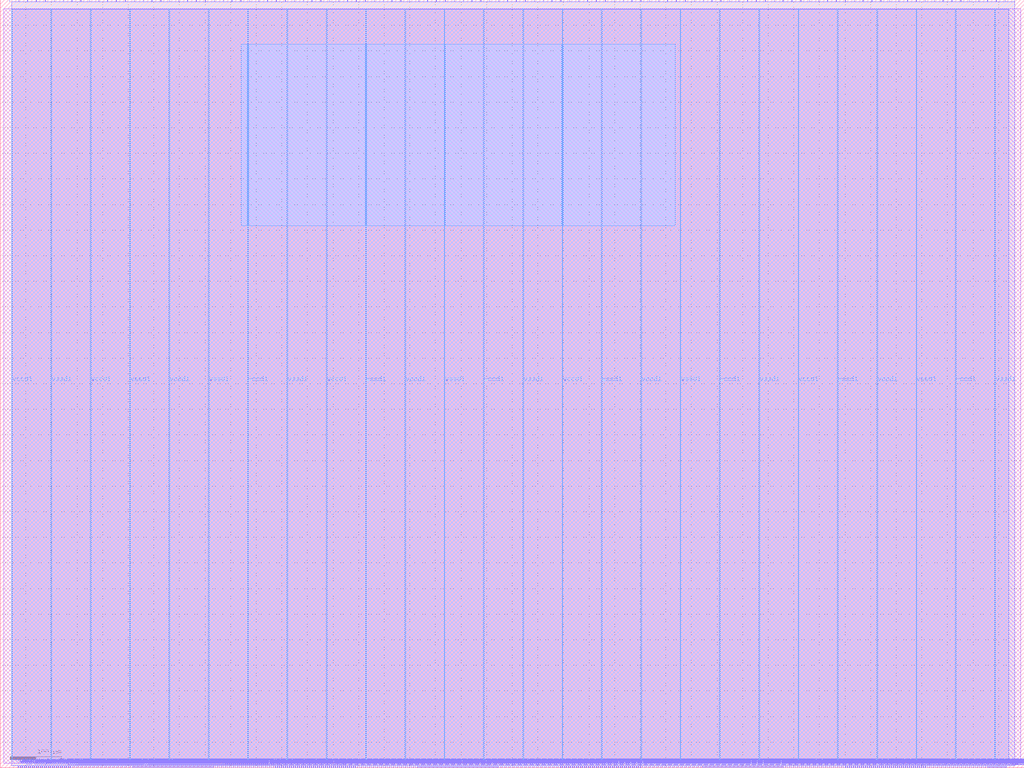
<source format=lef>
VERSION 5.7 ;
  NOWIREEXTENSIONATPIN ON ;
  DIVIDERCHAR "/" ;
  BUSBITCHARS "[]" ;
MACRO user_proj_example
  CLASS BLOCK ;
  FOREIGN user_proj_example ;
  ORIGIN 0.000 0.000 ;
  SIZE 2000.000 BY 1500.000 ;
  PIN io_in[0]
    DIRECTION INPUT ;
    USE SIGNAL ;
    PORT
      LAYER Metal2 ;
        RECT 18.480 1496.000 19.040 1500.000 ;
    END
  END io_in[0]
  PIN io_in[10]
    DIRECTION INPUT ;
    USE SIGNAL ;
    PORT
      LAYER Metal2 ;
        RECT 539.280 1496.000 539.840 1500.000 ;
    END
  END io_in[10]
  PIN io_in[11]
    DIRECTION INPUT ;
    USE SIGNAL ;
    PORT
      LAYER Metal2 ;
        RECT 591.360 1496.000 591.920 1500.000 ;
    END
  END io_in[11]
  PIN io_in[12]
    DIRECTION INPUT ;
    USE SIGNAL ;
    PORT
      LAYER Metal2 ;
        RECT 643.440 1496.000 644.000 1500.000 ;
    END
  END io_in[12]
  PIN io_in[13]
    DIRECTION INPUT ;
    USE SIGNAL ;
    PORT
      LAYER Metal2 ;
        RECT 695.520 1496.000 696.080 1500.000 ;
    END
  END io_in[13]
  PIN io_in[14]
    DIRECTION INPUT ;
    USE SIGNAL ;
    PORT
      LAYER Metal2 ;
        RECT 747.600 1496.000 748.160 1500.000 ;
    END
  END io_in[14]
  PIN io_in[15]
    DIRECTION INPUT ;
    USE SIGNAL ;
    PORT
      LAYER Metal2 ;
        RECT 799.680 1496.000 800.240 1500.000 ;
    END
  END io_in[15]
  PIN io_in[16]
    DIRECTION INPUT ;
    USE SIGNAL ;
    PORT
      LAYER Metal2 ;
        RECT 851.760 1496.000 852.320 1500.000 ;
    END
  END io_in[16]
  PIN io_in[17]
    DIRECTION INPUT ;
    USE SIGNAL ;
    PORT
      LAYER Metal2 ;
        RECT 903.840 1496.000 904.400 1500.000 ;
    END
  END io_in[17]
  PIN io_in[18]
    DIRECTION INPUT ;
    USE SIGNAL ;
    PORT
      LAYER Metal2 ;
        RECT 955.920 1496.000 956.480 1500.000 ;
    END
  END io_in[18]
  PIN io_in[19]
    DIRECTION INPUT ;
    USE SIGNAL ;
    PORT
      LAYER Metal2 ;
        RECT 1008.000 1496.000 1008.560 1500.000 ;
    END
  END io_in[19]
  PIN io_in[1]
    DIRECTION INPUT ;
    USE SIGNAL ;
    PORT
      LAYER Metal2 ;
        RECT 70.560 1496.000 71.120 1500.000 ;
    END
  END io_in[1]
  PIN io_in[20]
    DIRECTION INPUT ;
    USE SIGNAL ;
    PORT
      LAYER Metal2 ;
        RECT 1060.080 1496.000 1060.640 1500.000 ;
    END
  END io_in[20]
  PIN io_in[21]
    DIRECTION INPUT ;
    USE SIGNAL ;
    PORT
      LAYER Metal2 ;
        RECT 1112.160 1496.000 1112.720 1500.000 ;
    END
  END io_in[21]
  PIN io_in[22]
    DIRECTION INPUT ;
    USE SIGNAL ;
    PORT
      LAYER Metal2 ;
        RECT 1164.240 1496.000 1164.800 1500.000 ;
    END
  END io_in[22]
  PIN io_in[23]
    DIRECTION INPUT ;
    USE SIGNAL ;
    PORT
      LAYER Metal2 ;
        RECT 1216.320 1496.000 1216.880 1500.000 ;
    END
  END io_in[23]
  PIN io_in[24]
    DIRECTION INPUT ;
    USE SIGNAL ;
    PORT
      LAYER Metal2 ;
        RECT 1268.400 1496.000 1268.960 1500.000 ;
    END
  END io_in[24]
  PIN io_in[25]
    DIRECTION INPUT ;
    USE SIGNAL ;
    PORT
      LAYER Metal2 ;
        RECT 1320.480 1496.000 1321.040 1500.000 ;
    END
  END io_in[25]
  PIN io_in[26]
    DIRECTION INPUT ;
    USE SIGNAL ;
    PORT
      LAYER Metal2 ;
        RECT 1372.560 1496.000 1373.120 1500.000 ;
    END
  END io_in[26]
  PIN io_in[27]
    DIRECTION INPUT ;
    USE SIGNAL ;
    PORT
      LAYER Metal2 ;
        RECT 1424.640 1496.000 1425.200 1500.000 ;
    END
  END io_in[27]
  PIN io_in[28]
    DIRECTION INPUT ;
    USE SIGNAL ;
    PORT
      LAYER Metal2 ;
        RECT 1476.720 1496.000 1477.280 1500.000 ;
    END
  END io_in[28]
  PIN io_in[29]
    DIRECTION INPUT ;
    USE SIGNAL ;
    PORT
      LAYER Metal2 ;
        RECT 1528.800 1496.000 1529.360 1500.000 ;
    END
  END io_in[29]
  PIN io_in[2]
    DIRECTION INPUT ;
    USE SIGNAL ;
    PORT
      LAYER Metal2 ;
        RECT 122.640 1496.000 123.200 1500.000 ;
    END
  END io_in[2]
  PIN io_in[30]
    DIRECTION INPUT ;
    USE SIGNAL ;
    PORT
      LAYER Metal2 ;
        RECT 1580.880 1496.000 1581.440 1500.000 ;
    END
  END io_in[30]
  PIN io_in[31]
    DIRECTION INPUT ;
    USE SIGNAL ;
    PORT
      LAYER Metal2 ;
        RECT 1632.960 1496.000 1633.520 1500.000 ;
    END
  END io_in[31]
  PIN io_in[32]
    DIRECTION INPUT ;
    USE SIGNAL ;
    PORT
      LAYER Metal2 ;
        RECT 1685.040 1496.000 1685.600 1500.000 ;
    END
  END io_in[32]
  PIN io_in[33]
    DIRECTION INPUT ;
    USE SIGNAL ;
    PORT
      LAYER Metal2 ;
        RECT 1737.120 1496.000 1737.680 1500.000 ;
    END
  END io_in[33]
  PIN io_in[34]
    DIRECTION INPUT ;
    USE SIGNAL ;
    PORT
      LAYER Metal2 ;
        RECT 1789.200 1496.000 1789.760 1500.000 ;
    END
  END io_in[34]
  PIN io_in[35]
    DIRECTION INPUT ;
    USE SIGNAL ;
    PORT
      LAYER Metal2 ;
        RECT 1841.280 1496.000 1841.840 1500.000 ;
    END
  END io_in[35]
  PIN io_in[36]
    DIRECTION INPUT ;
    USE SIGNAL ;
    PORT
      LAYER Metal2 ;
        RECT 1893.360 1496.000 1893.920 1500.000 ;
    END
  END io_in[36]
  PIN io_in[37]
    DIRECTION INPUT ;
    USE SIGNAL ;
    PORT
      LAYER Metal2 ;
        RECT 1945.440 1496.000 1946.000 1500.000 ;
    END
  END io_in[37]
  PIN io_in[3]
    DIRECTION INPUT ;
    USE SIGNAL ;
    PORT
      LAYER Metal2 ;
        RECT 174.720 1496.000 175.280 1500.000 ;
    END
  END io_in[3]
  PIN io_in[4]
    DIRECTION INPUT ;
    USE SIGNAL ;
    PORT
      LAYER Metal2 ;
        RECT 226.800 1496.000 227.360 1500.000 ;
    END
  END io_in[4]
  PIN io_in[5]
    DIRECTION INPUT ;
    USE SIGNAL ;
    PORT
      LAYER Metal2 ;
        RECT 278.880 1496.000 279.440 1500.000 ;
    END
  END io_in[5]
  PIN io_in[6]
    DIRECTION INPUT ;
    USE SIGNAL ;
    PORT
      LAYER Metal2 ;
        RECT 330.960 1496.000 331.520 1500.000 ;
    END
  END io_in[6]
  PIN io_in[7]
    DIRECTION INPUT ;
    USE SIGNAL ;
    PORT
      LAYER Metal2 ;
        RECT 383.040 1496.000 383.600 1500.000 ;
    END
  END io_in[7]
  PIN io_in[8]
    DIRECTION INPUT ;
    USE SIGNAL ;
    PORT
      LAYER Metal2 ;
        RECT 435.120 1496.000 435.680 1500.000 ;
    END
  END io_in[8]
  PIN io_in[9]
    DIRECTION INPUT ;
    USE SIGNAL ;
    PORT
      LAYER Metal2 ;
        RECT 487.200 1496.000 487.760 1500.000 ;
    END
  END io_in[9]
  PIN io_oeb[0]
    DIRECTION OUTPUT TRISTATE ;
    USE SIGNAL ;
    PORT
      LAYER Metal2 ;
        RECT 35.840 1496.000 36.400 1500.000 ;
    END
  END io_oeb[0]
  PIN io_oeb[10]
    DIRECTION OUTPUT TRISTATE ;
    USE SIGNAL ;
    PORT
      LAYER Metal2 ;
        RECT 556.640 1496.000 557.200 1500.000 ;
    END
  END io_oeb[10]
  PIN io_oeb[11]
    DIRECTION OUTPUT TRISTATE ;
    USE SIGNAL ;
    PORT
      LAYER Metal2 ;
        RECT 608.720 1496.000 609.280 1500.000 ;
    END
  END io_oeb[11]
  PIN io_oeb[12]
    DIRECTION OUTPUT TRISTATE ;
    USE SIGNAL ;
    PORT
      LAYER Metal2 ;
        RECT 660.800 1496.000 661.360 1500.000 ;
    END
  END io_oeb[12]
  PIN io_oeb[13]
    DIRECTION OUTPUT TRISTATE ;
    USE SIGNAL ;
    PORT
      LAYER Metal2 ;
        RECT 712.880 1496.000 713.440 1500.000 ;
    END
  END io_oeb[13]
  PIN io_oeb[14]
    DIRECTION OUTPUT TRISTATE ;
    USE SIGNAL ;
    PORT
      LAYER Metal2 ;
        RECT 764.960 1496.000 765.520 1500.000 ;
    END
  END io_oeb[14]
  PIN io_oeb[15]
    DIRECTION OUTPUT TRISTATE ;
    USE SIGNAL ;
    PORT
      LAYER Metal2 ;
        RECT 817.040 1496.000 817.600 1500.000 ;
    END
  END io_oeb[15]
  PIN io_oeb[16]
    DIRECTION OUTPUT TRISTATE ;
    USE SIGNAL ;
    PORT
      LAYER Metal2 ;
        RECT 869.120 1496.000 869.680 1500.000 ;
    END
  END io_oeb[16]
  PIN io_oeb[17]
    DIRECTION OUTPUT TRISTATE ;
    USE SIGNAL ;
    PORT
      LAYER Metal2 ;
        RECT 921.200 1496.000 921.760 1500.000 ;
    END
  END io_oeb[17]
  PIN io_oeb[18]
    DIRECTION OUTPUT TRISTATE ;
    USE SIGNAL ;
    PORT
      LAYER Metal2 ;
        RECT 973.280 1496.000 973.840 1500.000 ;
    END
  END io_oeb[18]
  PIN io_oeb[19]
    DIRECTION OUTPUT TRISTATE ;
    USE SIGNAL ;
    PORT
      LAYER Metal2 ;
        RECT 1025.360 1496.000 1025.920 1500.000 ;
    END
  END io_oeb[19]
  PIN io_oeb[1]
    DIRECTION OUTPUT TRISTATE ;
    USE SIGNAL ;
    PORT
      LAYER Metal2 ;
        RECT 87.920 1496.000 88.480 1500.000 ;
    END
  END io_oeb[1]
  PIN io_oeb[20]
    DIRECTION OUTPUT TRISTATE ;
    USE SIGNAL ;
    PORT
      LAYER Metal2 ;
        RECT 1077.440 1496.000 1078.000 1500.000 ;
    END
  END io_oeb[20]
  PIN io_oeb[21]
    DIRECTION OUTPUT TRISTATE ;
    USE SIGNAL ;
    PORT
      LAYER Metal2 ;
        RECT 1129.520 1496.000 1130.080 1500.000 ;
    END
  END io_oeb[21]
  PIN io_oeb[22]
    DIRECTION OUTPUT TRISTATE ;
    USE SIGNAL ;
    PORT
      LAYER Metal2 ;
        RECT 1181.600 1496.000 1182.160 1500.000 ;
    END
  END io_oeb[22]
  PIN io_oeb[23]
    DIRECTION OUTPUT TRISTATE ;
    USE SIGNAL ;
    PORT
      LAYER Metal2 ;
        RECT 1233.680 1496.000 1234.240 1500.000 ;
    END
  END io_oeb[23]
  PIN io_oeb[24]
    DIRECTION OUTPUT TRISTATE ;
    USE SIGNAL ;
    PORT
      LAYER Metal2 ;
        RECT 1285.760 1496.000 1286.320 1500.000 ;
    END
  END io_oeb[24]
  PIN io_oeb[25]
    DIRECTION OUTPUT TRISTATE ;
    USE SIGNAL ;
    PORT
      LAYER Metal2 ;
        RECT 1337.840 1496.000 1338.400 1500.000 ;
    END
  END io_oeb[25]
  PIN io_oeb[26]
    DIRECTION OUTPUT TRISTATE ;
    USE SIGNAL ;
    PORT
      LAYER Metal2 ;
        RECT 1389.920 1496.000 1390.480 1500.000 ;
    END
  END io_oeb[26]
  PIN io_oeb[27]
    DIRECTION OUTPUT TRISTATE ;
    USE SIGNAL ;
    PORT
      LAYER Metal2 ;
        RECT 1442.000 1496.000 1442.560 1500.000 ;
    END
  END io_oeb[27]
  PIN io_oeb[28]
    DIRECTION OUTPUT TRISTATE ;
    USE SIGNAL ;
    PORT
      LAYER Metal2 ;
        RECT 1494.080 1496.000 1494.640 1500.000 ;
    END
  END io_oeb[28]
  PIN io_oeb[29]
    DIRECTION OUTPUT TRISTATE ;
    USE SIGNAL ;
    PORT
      LAYER Metal2 ;
        RECT 1546.160 1496.000 1546.720 1500.000 ;
    END
  END io_oeb[29]
  PIN io_oeb[2]
    DIRECTION OUTPUT TRISTATE ;
    USE SIGNAL ;
    PORT
      LAYER Metal2 ;
        RECT 140.000 1496.000 140.560 1500.000 ;
    END
  END io_oeb[2]
  PIN io_oeb[30]
    DIRECTION OUTPUT TRISTATE ;
    USE SIGNAL ;
    PORT
      LAYER Metal2 ;
        RECT 1598.240 1496.000 1598.800 1500.000 ;
    END
  END io_oeb[30]
  PIN io_oeb[31]
    DIRECTION OUTPUT TRISTATE ;
    USE SIGNAL ;
    PORT
      LAYER Metal2 ;
        RECT 1650.320 1496.000 1650.880 1500.000 ;
    END
  END io_oeb[31]
  PIN io_oeb[32]
    DIRECTION OUTPUT TRISTATE ;
    USE SIGNAL ;
    PORT
      LAYER Metal2 ;
        RECT 1702.400 1496.000 1702.960 1500.000 ;
    END
  END io_oeb[32]
  PIN io_oeb[33]
    DIRECTION OUTPUT TRISTATE ;
    USE SIGNAL ;
    PORT
      LAYER Metal2 ;
        RECT 1754.480 1496.000 1755.040 1500.000 ;
    END
  END io_oeb[33]
  PIN io_oeb[34]
    DIRECTION OUTPUT TRISTATE ;
    USE SIGNAL ;
    PORT
      LAYER Metal2 ;
        RECT 1806.560 1496.000 1807.120 1500.000 ;
    END
  END io_oeb[34]
  PIN io_oeb[35]
    DIRECTION OUTPUT TRISTATE ;
    USE SIGNAL ;
    PORT
      LAYER Metal2 ;
        RECT 1858.640 1496.000 1859.200 1500.000 ;
    END
  END io_oeb[35]
  PIN io_oeb[36]
    DIRECTION OUTPUT TRISTATE ;
    USE SIGNAL ;
    PORT
      LAYER Metal2 ;
        RECT 1910.720 1496.000 1911.280 1500.000 ;
    END
  END io_oeb[36]
  PIN io_oeb[37]
    DIRECTION OUTPUT TRISTATE ;
    USE SIGNAL ;
    PORT
      LAYER Metal2 ;
        RECT 1962.800 1496.000 1963.360 1500.000 ;
    END
  END io_oeb[37]
  PIN io_oeb[3]
    DIRECTION OUTPUT TRISTATE ;
    USE SIGNAL ;
    PORT
      LAYER Metal2 ;
        RECT 192.080 1496.000 192.640 1500.000 ;
    END
  END io_oeb[3]
  PIN io_oeb[4]
    DIRECTION OUTPUT TRISTATE ;
    USE SIGNAL ;
    PORT
      LAYER Metal2 ;
        RECT 244.160 1496.000 244.720 1500.000 ;
    END
  END io_oeb[4]
  PIN io_oeb[5]
    DIRECTION OUTPUT TRISTATE ;
    USE SIGNAL ;
    PORT
      LAYER Metal2 ;
        RECT 296.240 1496.000 296.800 1500.000 ;
    END
  END io_oeb[5]
  PIN io_oeb[6]
    DIRECTION OUTPUT TRISTATE ;
    USE SIGNAL ;
    PORT
      LAYER Metal2 ;
        RECT 348.320 1496.000 348.880 1500.000 ;
    END
  END io_oeb[6]
  PIN io_oeb[7]
    DIRECTION OUTPUT TRISTATE ;
    USE SIGNAL ;
    PORT
      LAYER Metal2 ;
        RECT 400.400 1496.000 400.960 1500.000 ;
    END
  END io_oeb[7]
  PIN io_oeb[8]
    DIRECTION OUTPUT TRISTATE ;
    USE SIGNAL ;
    PORT
      LAYER Metal2 ;
        RECT 452.480 1496.000 453.040 1500.000 ;
    END
  END io_oeb[8]
  PIN io_oeb[9]
    DIRECTION OUTPUT TRISTATE ;
    USE SIGNAL ;
    PORT
      LAYER Metal2 ;
        RECT 504.560 1496.000 505.120 1500.000 ;
    END
  END io_oeb[9]
  PIN io_out[0]
    DIRECTION OUTPUT TRISTATE ;
    USE SIGNAL ;
    PORT
      LAYER Metal2 ;
        RECT 53.200 1496.000 53.760 1500.000 ;
    END
  END io_out[0]
  PIN io_out[10]
    DIRECTION OUTPUT TRISTATE ;
    USE SIGNAL ;
    PORT
      LAYER Metal2 ;
        RECT 574.000 1496.000 574.560 1500.000 ;
    END
  END io_out[10]
  PIN io_out[11]
    DIRECTION OUTPUT TRISTATE ;
    USE SIGNAL ;
    PORT
      LAYER Metal2 ;
        RECT 626.080 1496.000 626.640 1500.000 ;
    END
  END io_out[11]
  PIN io_out[12]
    DIRECTION OUTPUT TRISTATE ;
    USE SIGNAL ;
    PORT
      LAYER Metal2 ;
        RECT 678.160 1496.000 678.720 1500.000 ;
    END
  END io_out[12]
  PIN io_out[13]
    DIRECTION OUTPUT TRISTATE ;
    USE SIGNAL ;
    PORT
      LAYER Metal2 ;
        RECT 730.240 1496.000 730.800 1500.000 ;
    END
  END io_out[13]
  PIN io_out[14]
    DIRECTION OUTPUT TRISTATE ;
    USE SIGNAL ;
    PORT
      LAYER Metal2 ;
        RECT 782.320 1496.000 782.880 1500.000 ;
    END
  END io_out[14]
  PIN io_out[15]
    DIRECTION OUTPUT TRISTATE ;
    USE SIGNAL ;
    PORT
      LAYER Metal2 ;
        RECT 834.400 1496.000 834.960 1500.000 ;
    END
  END io_out[15]
  PIN io_out[16]
    DIRECTION OUTPUT TRISTATE ;
    USE SIGNAL ;
    PORT
      LAYER Metal2 ;
        RECT 886.480 1496.000 887.040 1500.000 ;
    END
  END io_out[16]
  PIN io_out[17]
    DIRECTION OUTPUT TRISTATE ;
    USE SIGNAL ;
    PORT
      LAYER Metal2 ;
        RECT 938.560 1496.000 939.120 1500.000 ;
    END
  END io_out[17]
  PIN io_out[18]
    DIRECTION OUTPUT TRISTATE ;
    USE SIGNAL ;
    PORT
      LAYER Metal2 ;
        RECT 990.640 1496.000 991.200 1500.000 ;
    END
  END io_out[18]
  PIN io_out[19]
    DIRECTION OUTPUT TRISTATE ;
    USE SIGNAL ;
    PORT
      LAYER Metal2 ;
        RECT 1042.720 1496.000 1043.280 1500.000 ;
    END
  END io_out[19]
  PIN io_out[1]
    DIRECTION OUTPUT TRISTATE ;
    USE SIGNAL ;
    PORT
      LAYER Metal2 ;
        RECT 105.280 1496.000 105.840 1500.000 ;
    END
  END io_out[1]
  PIN io_out[20]
    DIRECTION OUTPUT TRISTATE ;
    USE SIGNAL ;
    PORT
      LAYER Metal2 ;
        RECT 1094.800 1496.000 1095.360 1500.000 ;
    END
  END io_out[20]
  PIN io_out[21]
    DIRECTION OUTPUT TRISTATE ;
    USE SIGNAL ;
    PORT
      LAYER Metal2 ;
        RECT 1146.880 1496.000 1147.440 1500.000 ;
    END
  END io_out[21]
  PIN io_out[22]
    DIRECTION OUTPUT TRISTATE ;
    USE SIGNAL ;
    PORT
      LAYER Metal2 ;
        RECT 1198.960 1496.000 1199.520 1500.000 ;
    END
  END io_out[22]
  PIN io_out[23]
    DIRECTION OUTPUT TRISTATE ;
    USE SIGNAL ;
    PORT
      LAYER Metal2 ;
        RECT 1251.040 1496.000 1251.600 1500.000 ;
    END
  END io_out[23]
  PIN io_out[24]
    DIRECTION OUTPUT TRISTATE ;
    USE SIGNAL ;
    PORT
      LAYER Metal2 ;
        RECT 1303.120 1496.000 1303.680 1500.000 ;
    END
  END io_out[24]
  PIN io_out[25]
    DIRECTION OUTPUT TRISTATE ;
    USE SIGNAL ;
    PORT
      LAYER Metal2 ;
        RECT 1355.200 1496.000 1355.760 1500.000 ;
    END
  END io_out[25]
  PIN io_out[26]
    DIRECTION OUTPUT TRISTATE ;
    USE SIGNAL ;
    PORT
      LAYER Metal2 ;
        RECT 1407.280 1496.000 1407.840 1500.000 ;
    END
  END io_out[26]
  PIN io_out[27]
    DIRECTION OUTPUT TRISTATE ;
    USE SIGNAL ;
    PORT
      LAYER Metal2 ;
        RECT 1459.360 1496.000 1459.920 1500.000 ;
    END
  END io_out[27]
  PIN io_out[28]
    DIRECTION OUTPUT TRISTATE ;
    USE SIGNAL ;
    PORT
      LAYER Metal2 ;
        RECT 1511.440 1496.000 1512.000 1500.000 ;
    END
  END io_out[28]
  PIN io_out[29]
    DIRECTION OUTPUT TRISTATE ;
    USE SIGNAL ;
    PORT
      LAYER Metal2 ;
        RECT 1563.520 1496.000 1564.080 1500.000 ;
    END
  END io_out[29]
  PIN io_out[2]
    DIRECTION OUTPUT TRISTATE ;
    USE SIGNAL ;
    PORT
      LAYER Metal2 ;
        RECT 157.360 1496.000 157.920 1500.000 ;
    END
  END io_out[2]
  PIN io_out[30]
    DIRECTION OUTPUT TRISTATE ;
    USE SIGNAL ;
    PORT
      LAYER Metal2 ;
        RECT 1615.600 1496.000 1616.160 1500.000 ;
    END
  END io_out[30]
  PIN io_out[31]
    DIRECTION OUTPUT TRISTATE ;
    USE SIGNAL ;
    PORT
      LAYER Metal2 ;
        RECT 1667.680 1496.000 1668.240 1500.000 ;
    END
  END io_out[31]
  PIN io_out[32]
    DIRECTION OUTPUT TRISTATE ;
    USE SIGNAL ;
    PORT
      LAYER Metal2 ;
        RECT 1719.760 1496.000 1720.320 1500.000 ;
    END
  END io_out[32]
  PIN io_out[33]
    DIRECTION OUTPUT TRISTATE ;
    USE SIGNAL ;
    PORT
      LAYER Metal2 ;
        RECT 1771.840 1496.000 1772.400 1500.000 ;
    END
  END io_out[33]
  PIN io_out[34]
    DIRECTION OUTPUT TRISTATE ;
    USE SIGNAL ;
    PORT
      LAYER Metal2 ;
        RECT 1823.920 1496.000 1824.480 1500.000 ;
    END
  END io_out[34]
  PIN io_out[35]
    DIRECTION OUTPUT TRISTATE ;
    USE SIGNAL ;
    PORT
      LAYER Metal2 ;
        RECT 1876.000 1496.000 1876.560 1500.000 ;
    END
  END io_out[35]
  PIN io_out[36]
    DIRECTION OUTPUT TRISTATE ;
    USE SIGNAL ;
    PORT
      LAYER Metal2 ;
        RECT 1928.080 1496.000 1928.640 1500.000 ;
    END
  END io_out[36]
  PIN io_out[37]
    DIRECTION OUTPUT TRISTATE ;
    USE SIGNAL ;
    PORT
      LAYER Metal2 ;
        RECT 1980.160 1496.000 1980.720 1500.000 ;
    END
  END io_out[37]
  PIN io_out[3]
    DIRECTION OUTPUT TRISTATE ;
    USE SIGNAL ;
    PORT
      LAYER Metal2 ;
        RECT 209.440 1496.000 210.000 1500.000 ;
    END
  END io_out[3]
  PIN io_out[4]
    DIRECTION OUTPUT TRISTATE ;
    USE SIGNAL ;
    PORT
      LAYER Metal2 ;
        RECT 261.520 1496.000 262.080 1500.000 ;
    END
  END io_out[4]
  PIN io_out[5]
    DIRECTION OUTPUT TRISTATE ;
    USE SIGNAL ;
    PORT
      LAYER Metal2 ;
        RECT 313.600 1496.000 314.160 1500.000 ;
    END
  END io_out[5]
  PIN io_out[6]
    DIRECTION OUTPUT TRISTATE ;
    USE SIGNAL ;
    PORT
      LAYER Metal2 ;
        RECT 365.680 1496.000 366.240 1500.000 ;
    END
  END io_out[6]
  PIN io_out[7]
    DIRECTION OUTPUT TRISTATE ;
    USE SIGNAL ;
    PORT
      LAYER Metal2 ;
        RECT 417.760 1496.000 418.320 1500.000 ;
    END
  END io_out[7]
  PIN io_out[8]
    DIRECTION OUTPUT TRISTATE ;
    USE SIGNAL ;
    PORT
      LAYER Metal2 ;
        RECT 469.840 1496.000 470.400 1500.000 ;
    END
  END io_out[8]
  PIN io_out[9]
    DIRECTION OUTPUT TRISTATE ;
    USE SIGNAL ;
    PORT
      LAYER Metal2 ;
        RECT 521.920 1496.000 522.480 1500.000 ;
    END
  END io_out[9]
  PIN irq[0]
    DIRECTION OUTPUT TRISTATE ;
    USE SIGNAL ;
    PORT
      LAYER Metal2 ;
        RECT 1956.080 0.000 1956.640 4.000 ;
    END
  END irq[0]
  PIN irq[1]
    DIRECTION OUTPUT TRISTATE ;
    USE SIGNAL ;
    PORT
      LAYER Metal2 ;
        RECT 1960.000 0.000 1960.560 4.000 ;
    END
  END irq[1]
  PIN irq[2]
    DIRECTION OUTPUT TRISTATE ;
    USE SIGNAL ;
    PORT
      LAYER Metal2 ;
        RECT 1963.920 0.000 1964.480 4.000 ;
    END
  END irq[2]
  PIN la_data_in[0]
    DIRECTION INPUT ;
    USE SIGNAL ;
    PORT
      LAYER Metal2 ;
        RECT 450.800 0.000 451.360 4.000 ;
    END
  END la_data_in[0]
  PIN la_data_in[100]
    DIRECTION INPUT ;
    USE SIGNAL ;
    PORT
      LAYER Metal2 ;
        RECT 1626.800 0.000 1627.360 4.000 ;
    END
  END la_data_in[100]
  PIN la_data_in[101]
    DIRECTION INPUT ;
    USE SIGNAL ;
    PORT
      LAYER Metal2 ;
        RECT 1638.560 0.000 1639.120 4.000 ;
    END
  END la_data_in[101]
  PIN la_data_in[102]
    DIRECTION INPUT ;
    USE SIGNAL ;
    PORT
      LAYER Metal2 ;
        RECT 1650.320 0.000 1650.880 4.000 ;
    END
  END la_data_in[102]
  PIN la_data_in[103]
    DIRECTION INPUT ;
    USE SIGNAL ;
    PORT
      LAYER Metal2 ;
        RECT 1662.080 0.000 1662.640 4.000 ;
    END
  END la_data_in[103]
  PIN la_data_in[104]
    DIRECTION INPUT ;
    USE SIGNAL ;
    PORT
      LAYER Metal2 ;
        RECT 1673.840 0.000 1674.400 4.000 ;
    END
  END la_data_in[104]
  PIN la_data_in[105]
    DIRECTION INPUT ;
    USE SIGNAL ;
    PORT
      LAYER Metal2 ;
        RECT 1685.600 0.000 1686.160 4.000 ;
    END
  END la_data_in[105]
  PIN la_data_in[106]
    DIRECTION INPUT ;
    USE SIGNAL ;
    PORT
      LAYER Metal2 ;
        RECT 1697.360 0.000 1697.920 4.000 ;
    END
  END la_data_in[106]
  PIN la_data_in[107]
    DIRECTION INPUT ;
    USE SIGNAL ;
    PORT
      LAYER Metal2 ;
        RECT 1709.120 0.000 1709.680 4.000 ;
    END
  END la_data_in[107]
  PIN la_data_in[108]
    DIRECTION INPUT ;
    USE SIGNAL ;
    PORT
      LAYER Metal2 ;
        RECT 1720.880 0.000 1721.440 4.000 ;
    END
  END la_data_in[108]
  PIN la_data_in[109]
    DIRECTION INPUT ;
    USE SIGNAL ;
    PORT
      LAYER Metal2 ;
        RECT 1732.640 0.000 1733.200 4.000 ;
    END
  END la_data_in[109]
  PIN la_data_in[10]
    DIRECTION INPUT ;
    USE SIGNAL ;
    PORT
      LAYER Metal2 ;
        RECT 568.400 0.000 568.960 4.000 ;
    END
  END la_data_in[10]
  PIN la_data_in[110]
    DIRECTION INPUT ;
    USE SIGNAL ;
    PORT
      LAYER Metal2 ;
        RECT 1744.400 0.000 1744.960 4.000 ;
    END
  END la_data_in[110]
  PIN la_data_in[111]
    DIRECTION INPUT ;
    USE SIGNAL ;
    PORT
      LAYER Metal2 ;
        RECT 1756.160 0.000 1756.720 4.000 ;
    END
  END la_data_in[111]
  PIN la_data_in[112]
    DIRECTION INPUT ;
    USE SIGNAL ;
    PORT
      LAYER Metal2 ;
        RECT 1767.920 0.000 1768.480 4.000 ;
    END
  END la_data_in[112]
  PIN la_data_in[113]
    DIRECTION INPUT ;
    USE SIGNAL ;
    PORT
      LAYER Metal2 ;
        RECT 1779.680 0.000 1780.240 4.000 ;
    END
  END la_data_in[113]
  PIN la_data_in[114]
    DIRECTION INPUT ;
    USE SIGNAL ;
    PORT
      LAYER Metal2 ;
        RECT 1791.440 0.000 1792.000 4.000 ;
    END
  END la_data_in[114]
  PIN la_data_in[115]
    DIRECTION INPUT ;
    USE SIGNAL ;
    PORT
      LAYER Metal2 ;
        RECT 1803.200 0.000 1803.760 4.000 ;
    END
  END la_data_in[115]
  PIN la_data_in[116]
    DIRECTION INPUT ;
    USE SIGNAL ;
    PORT
      LAYER Metal2 ;
        RECT 1814.960 0.000 1815.520 4.000 ;
    END
  END la_data_in[116]
  PIN la_data_in[117]
    DIRECTION INPUT ;
    USE SIGNAL ;
    PORT
      LAYER Metal2 ;
        RECT 1826.720 0.000 1827.280 4.000 ;
    END
  END la_data_in[117]
  PIN la_data_in[118]
    DIRECTION INPUT ;
    USE SIGNAL ;
    PORT
      LAYER Metal2 ;
        RECT 1838.480 0.000 1839.040 4.000 ;
    END
  END la_data_in[118]
  PIN la_data_in[119]
    DIRECTION INPUT ;
    USE SIGNAL ;
    PORT
      LAYER Metal2 ;
        RECT 1850.240 0.000 1850.800 4.000 ;
    END
  END la_data_in[119]
  PIN la_data_in[11]
    DIRECTION INPUT ;
    USE SIGNAL ;
    PORT
      LAYER Metal2 ;
        RECT 580.160 0.000 580.720 4.000 ;
    END
  END la_data_in[11]
  PIN la_data_in[120]
    DIRECTION INPUT ;
    USE SIGNAL ;
    PORT
      LAYER Metal2 ;
        RECT 1862.000 0.000 1862.560 4.000 ;
    END
  END la_data_in[120]
  PIN la_data_in[121]
    DIRECTION INPUT ;
    USE SIGNAL ;
    PORT
      LAYER Metal2 ;
        RECT 1873.760 0.000 1874.320 4.000 ;
    END
  END la_data_in[121]
  PIN la_data_in[122]
    DIRECTION INPUT ;
    USE SIGNAL ;
    PORT
      LAYER Metal2 ;
        RECT 1885.520 0.000 1886.080 4.000 ;
    END
  END la_data_in[122]
  PIN la_data_in[123]
    DIRECTION INPUT ;
    USE SIGNAL ;
    PORT
      LAYER Metal2 ;
        RECT 1897.280 0.000 1897.840 4.000 ;
    END
  END la_data_in[123]
  PIN la_data_in[124]
    DIRECTION INPUT ;
    USE SIGNAL ;
    PORT
      LAYER Metal2 ;
        RECT 1909.040 0.000 1909.600 4.000 ;
    END
  END la_data_in[124]
  PIN la_data_in[125]
    DIRECTION INPUT ;
    USE SIGNAL ;
    PORT
      LAYER Metal2 ;
        RECT 1920.800 0.000 1921.360 4.000 ;
    END
  END la_data_in[125]
  PIN la_data_in[126]
    DIRECTION INPUT ;
    USE SIGNAL ;
    PORT
      LAYER Metal2 ;
        RECT 1932.560 0.000 1933.120 4.000 ;
    END
  END la_data_in[126]
  PIN la_data_in[127]
    DIRECTION INPUT ;
    USE SIGNAL ;
    PORT
      LAYER Metal2 ;
        RECT 1944.320 0.000 1944.880 4.000 ;
    END
  END la_data_in[127]
  PIN la_data_in[12]
    DIRECTION INPUT ;
    USE SIGNAL ;
    PORT
      LAYER Metal2 ;
        RECT 591.920 0.000 592.480 4.000 ;
    END
  END la_data_in[12]
  PIN la_data_in[13]
    DIRECTION INPUT ;
    USE SIGNAL ;
    PORT
      LAYER Metal2 ;
        RECT 603.680 0.000 604.240 4.000 ;
    END
  END la_data_in[13]
  PIN la_data_in[14]
    DIRECTION INPUT ;
    USE SIGNAL ;
    PORT
      LAYER Metal2 ;
        RECT 615.440 0.000 616.000 4.000 ;
    END
  END la_data_in[14]
  PIN la_data_in[15]
    DIRECTION INPUT ;
    USE SIGNAL ;
    PORT
      LAYER Metal2 ;
        RECT 627.200 0.000 627.760 4.000 ;
    END
  END la_data_in[15]
  PIN la_data_in[16]
    DIRECTION INPUT ;
    USE SIGNAL ;
    PORT
      LAYER Metal2 ;
        RECT 638.960 0.000 639.520 4.000 ;
    END
  END la_data_in[16]
  PIN la_data_in[17]
    DIRECTION INPUT ;
    USE SIGNAL ;
    PORT
      LAYER Metal2 ;
        RECT 650.720 0.000 651.280 4.000 ;
    END
  END la_data_in[17]
  PIN la_data_in[18]
    DIRECTION INPUT ;
    USE SIGNAL ;
    PORT
      LAYER Metal2 ;
        RECT 662.480 0.000 663.040 4.000 ;
    END
  END la_data_in[18]
  PIN la_data_in[19]
    DIRECTION INPUT ;
    USE SIGNAL ;
    PORT
      LAYER Metal2 ;
        RECT 674.240 0.000 674.800 4.000 ;
    END
  END la_data_in[19]
  PIN la_data_in[1]
    DIRECTION INPUT ;
    USE SIGNAL ;
    PORT
      LAYER Metal2 ;
        RECT 462.560 0.000 463.120 4.000 ;
    END
  END la_data_in[1]
  PIN la_data_in[20]
    DIRECTION INPUT ;
    USE SIGNAL ;
    PORT
      LAYER Metal2 ;
        RECT 686.000 0.000 686.560 4.000 ;
    END
  END la_data_in[20]
  PIN la_data_in[21]
    DIRECTION INPUT ;
    USE SIGNAL ;
    PORT
      LAYER Metal2 ;
        RECT 697.760 0.000 698.320 4.000 ;
    END
  END la_data_in[21]
  PIN la_data_in[22]
    DIRECTION INPUT ;
    USE SIGNAL ;
    PORT
      LAYER Metal2 ;
        RECT 709.520 0.000 710.080 4.000 ;
    END
  END la_data_in[22]
  PIN la_data_in[23]
    DIRECTION INPUT ;
    USE SIGNAL ;
    PORT
      LAYER Metal2 ;
        RECT 721.280 0.000 721.840 4.000 ;
    END
  END la_data_in[23]
  PIN la_data_in[24]
    DIRECTION INPUT ;
    USE SIGNAL ;
    PORT
      LAYER Metal2 ;
        RECT 733.040 0.000 733.600 4.000 ;
    END
  END la_data_in[24]
  PIN la_data_in[25]
    DIRECTION INPUT ;
    USE SIGNAL ;
    PORT
      LAYER Metal2 ;
        RECT 744.800 0.000 745.360 4.000 ;
    END
  END la_data_in[25]
  PIN la_data_in[26]
    DIRECTION INPUT ;
    USE SIGNAL ;
    PORT
      LAYER Metal2 ;
        RECT 756.560 0.000 757.120 4.000 ;
    END
  END la_data_in[26]
  PIN la_data_in[27]
    DIRECTION INPUT ;
    USE SIGNAL ;
    PORT
      LAYER Metal2 ;
        RECT 768.320 0.000 768.880 4.000 ;
    END
  END la_data_in[27]
  PIN la_data_in[28]
    DIRECTION INPUT ;
    USE SIGNAL ;
    PORT
      LAYER Metal2 ;
        RECT 780.080 0.000 780.640 4.000 ;
    END
  END la_data_in[28]
  PIN la_data_in[29]
    DIRECTION INPUT ;
    USE SIGNAL ;
    PORT
      LAYER Metal2 ;
        RECT 791.840 0.000 792.400 4.000 ;
    END
  END la_data_in[29]
  PIN la_data_in[2]
    DIRECTION INPUT ;
    USE SIGNAL ;
    PORT
      LAYER Metal2 ;
        RECT 474.320 0.000 474.880 4.000 ;
    END
  END la_data_in[2]
  PIN la_data_in[30]
    DIRECTION INPUT ;
    USE SIGNAL ;
    PORT
      LAYER Metal2 ;
        RECT 803.600 0.000 804.160 4.000 ;
    END
  END la_data_in[30]
  PIN la_data_in[31]
    DIRECTION INPUT ;
    USE SIGNAL ;
    PORT
      LAYER Metal2 ;
        RECT 815.360 0.000 815.920 4.000 ;
    END
  END la_data_in[31]
  PIN la_data_in[32]
    DIRECTION INPUT ;
    USE SIGNAL ;
    PORT
      LAYER Metal2 ;
        RECT 827.120 0.000 827.680 4.000 ;
    END
  END la_data_in[32]
  PIN la_data_in[33]
    DIRECTION INPUT ;
    USE SIGNAL ;
    PORT
      LAYER Metal2 ;
        RECT 838.880 0.000 839.440 4.000 ;
    END
  END la_data_in[33]
  PIN la_data_in[34]
    DIRECTION INPUT ;
    USE SIGNAL ;
    PORT
      LAYER Metal2 ;
        RECT 850.640 0.000 851.200 4.000 ;
    END
  END la_data_in[34]
  PIN la_data_in[35]
    DIRECTION INPUT ;
    USE SIGNAL ;
    PORT
      LAYER Metal2 ;
        RECT 862.400 0.000 862.960 4.000 ;
    END
  END la_data_in[35]
  PIN la_data_in[36]
    DIRECTION INPUT ;
    USE SIGNAL ;
    PORT
      LAYER Metal2 ;
        RECT 874.160 0.000 874.720 4.000 ;
    END
  END la_data_in[36]
  PIN la_data_in[37]
    DIRECTION INPUT ;
    USE SIGNAL ;
    PORT
      LAYER Metal2 ;
        RECT 885.920 0.000 886.480 4.000 ;
    END
  END la_data_in[37]
  PIN la_data_in[38]
    DIRECTION INPUT ;
    USE SIGNAL ;
    PORT
      LAYER Metal2 ;
        RECT 897.680 0.000 898.240 4.000 ;
    END
  END la_data_in[38]
  PIN la_data_in[39]
    DIRECTION INPUT ;
    USE SIGNAL ;
    PORT
      LAYER Metal2 ;
        RECT 909.440 0.000 910.000 4.000 ;
    END
  END la_data_in[39]
  PIN la_data_in[3]
    DIRECTION INPUT ;
    USE SIGNAL ;
    PORT
      LAYER Metal2 ;
        RECT 486.080 0.000 486.640 4.000 ;
    END
  END la_data_in[3]
  PIN la_data_in[40]
    DIRECTION INPUT ;
    USE SIGNAL ;
    PORT
      LAYER Metal2 ;
        RECT 921.200 0.000 921.760 4.000 ;
    END
  END la_data_in[40]
  PIN la_data_in[41]
    DIRECTION INPUT ;
    USE SIGNAL ;
    PORT
      LAYER Metal2 ;
        RECT 932.960 0.000 933.520 4.000 ;
    END
  END la_data_in[41]
  PIN la_data_in[42]
    DIRECTION INPUT ;
    USE SIGNAL ;
    PORT
      LAYER Metal2 ;
        RECT 944.720 0.000 945.280 4.000 ;
    END
  END la_data_in[42]
  PIN la_data_in[43]
    DIRECTION INPUT ;
    USE SIGNAL ;
    PORT
      LAYER Metal2 ;
        RECT 956.480 0.000 957.040 4.000 ;
    END
  END la_data_in[43]
  PIN la_data_in[44]
    DIRECTION INPUT ;
    USE SIGNAL ;
    PORT
      LAYER Metal2 ;
        RECT 968.240 0.000 968.800 4.000 ;
    END
  END la_data_in[44]
  PIN la_data_in[45]
    DIRECTION INPUT ;
    USE SIGNAL ;
    PORT
      LAYER Metal2 ;
        RECT 980.000 0.000 980.560 4.000 ;
    END
  END la_data_in[45]
  PIN la_data_in[46]
    DIRECTION INPUT ;
    USE SIGNAL ;
    PORT
      LAYER Metal2 ;
        RECT 991.760 0.000 992.320 4.000 ;
    END
  END la_data_in[46]
  PIN la_data_in[47]
    DIRECTION INPUT ;
    USE SIGNAL ;
    PORT
      LAYER Metal2 ;
        RECT 1003.520 0.000 1004.080 4.000 ;
    END
  END la_data_in[47]
  PIN la_data_in[48]
    DIRECTION INPUT ;
    USE SIGNAL ;
    PORT
      LAYER Metal2 ;
        RECT 1015.280 0.000 1015.840 4.000 ;
    END
  END la_data_in[48]
  PIN la_data_in[49]
    DIRECTION INPUT ;
    USE SIGNAL ;
    PORT
      LAYER Metal2 ;
        RECT 1027.040 0.000 1027.600 4.000 ;
    END
  END la_data_in[49]
  PIN la_data_in[4]
    DIRECTION INPUT ;
    USE SIGNAL ;
    PORT
      LAYER Metal2 ;
        RECT 497.840 0.000 498.400 4.000 ;
    END
  END la_data_in[4]
  PIN la_data_in[50]
    DIRECTION INPUT ;
    USE SIGNAL ;
    PORT
      LAYER Metal2 ;
        RECT 1038.800 0.000 1039.360 4.000 ;
    END
  END la_data_in[50]
  PIN la_data_in[51]
    DIRECTION INPUT ;
    USE SIGNAL ;
    PORT
      LAYER Metal2 ;
        RECT 1050.560 0.000 1051.120 4.000 ;
    END
  END la_data_in[51]
  PIN la_data_in[52]
    DIRECTION INPUT ;
    USE SIGNAL ;
    PORT
      LAYER Metal2 ;
        RECT 1062.320 0.000 1062.880 4.000 ;
    END
  END la_data_in[52]
  PIN la_data_in[53]
    DIRECTION INPUT ;
    USE SIGNAL ;
    PORT
      LAYER Metal2 ;
        RECT 1074.080 0.000 1074.640 4.000 ;
    END
  END la_data_in[53]
  PIN la_data_in[54]
    DIRECTION INPUT ;
    USE SIGNAL ;
    PORT
      LAYER Metal2 ;
        RECT 1085.840 0.000 1086.400 4.000 ;
    END
  END la_data_in[54]
  PIN la_data_in[55]
    DIRECTION INPUT ;
    USE SIGNAL ;
    PORT
      LAYER Metal2 ;
        RECT 1097.600 0.000 1098.160 4.000 ;
    END
  END la_data_in[55]
  PIN la_data_in[56]
    DIRECTION INPUT ;
    USE SIGNAL ;
    PORT
      LAYER Metal2 ;
        RECT 1109.360 0.000 1109.920 4.000 ;
    END
  END la_data_in[56]
  PIN la_data_in[57]
    DIRECTION INPUT ;
    USE SIGNAL ;
    PORT
      LAYER Metal2 ;
        RECT 1121.120 0.000 1121.680 4.000 ;
    END
  END la_data_in[57]
  PIN la_data_in[58]
    DIRECTION INPUT ;
    USE SIGNAL ;
    PORT
      LAYER Metal2 ;
        RECT 1132.880 0.000 1133.440 4.000 ;
    END
  END la_data_in[58]
  PIN la_data_in[59]
    DIRECTION INPUT ;
    USE SIGNAL ;
    PORT
      LAYER Metal2 ;
        RECT 1144.640 0.000 1145.200 4.000 ;
    END
  END la_data_in[59]
  PIN la_data_in[5]
    DIRECTION INPUT ;
    USE SIGNAL ;
    PORT
      LAYER Metal2 ;
        RECT 509.600 0.000 510.160 4.000 ;
    END
  END la_data_in[5]
  PIN la_data_in[60]
    DIRECTION INPUT ;
    USE SIGNAL ;
    PORT
      LAYER Metal2 ;
        RECT 1156.400 0.000 1156.960 4.000 ;
    END
  END la_data_in[60]
  PIN la_data_in[61]
    DIRECTION INPUT ;
    USE SIGNAL ;
    PORT
      LAYER Metal2 ;
        RECT 1168.160 0.000 1168.720 4.000 ;
    END
  END la_data_in[61]
  PIN la_data_in[62]
    DIRECTION INPUT ;
    USE SIGNAL ;
    PORT
      LAYER Metal2 ;
        RECT 1179.920 0.000 1180.480 4.000 ;
    END
  END la_data_in[62]
  PIN la_data_in[63]
    DIRECTION INPUT ;
    USE SIGNAL ;
    PORT
      LAYER Metal2 ;
        RECT 1191.680 0.000 1192.240 4.000 ;
    END
  END la_data_in[63]
  PIN la_data_in[64]
    DIRECTION INPUT ;
    USE SIGNAL ;
    PORT
      LAYER Metal2 ;
        RECT 1203.440 0.000 1204.000 4.000 ;
    END
  END la_data_in[64]
  PIN la_data_in[65]
    DIRECTION INPUT ;
    USE SIGNAL ;
    PORT
      LAYER Metal2 ;
        RECT 1215.200 0.000 1215.760 4.000 ;
    END
  END la_data_in[65]
  PIN la_data_in[66]
    DIRECTION INPUT ;
    USE SIGNAL ;
    PORT
      LAYER Metal2 ;
        RECT 1226.960 0.000 1227.520 4.000 ;
    END
  END la_data_in[66]
  PIN la_data_in[67]
    DIRECTION INPUT ;
    USE SIGNAL ;
    PORT
      LAYER Metal2 ;
        RECT 1238.720 0.000 1239.280 4.000 ;
    END
  END la_data_in[67]
  PIN la_data_in[68]
    DIRECTION INPUT ;
    USE SIGNAL ;
    PORT
      LAYER Metal2 ;
        RECT 1250.480 0.000 1251.040 4.000 ;
    END
  END la_data_in[68]
  PIN la_data_in[69]
    DIRECTION INPUT ;
    USE SIGNAL ;
    PORT
      LAYER Metal2 ;
        RECT 1262.240 0.000 1262.800 4.000 ;
    END
  END la_data_in[69]
  PIN la_data_in[6]
    DIRECTION INPUT ;
    USE SIGNAL ;
    PORT
      LAYER Metal2 ;
        RECT 521.360 0.000 521.920 4.000 ;
    END
  END la_data_in[6]
  PIN la_data_in[70]
    DIRECTION INPUT ;
    USE SIGNAL ;
    PORT
      LAYER Metal2 ;
        RECT 1274.000 0.000 1274.560 4.000 ;
    END
  END la_data_in[70]
  PIN la_data_in[71]
    DIRECTION INPUT ;
    USE SIGNAL ;
    PORT
      LAYER Metal2 ;
        RECT 1285.760 0.000 1286.320 4.000 ;
    END
  END la_data_in[71]
  PIN la_data_in[72]
    DIRECTION INPUT ;
    USE SIGNAL ;
    PORT
      LAYER Metal2 ;
        RECT 1297.520 0.000 1298.080 4.000 ;
    END
  END la_data_in[72]
  PIN la_data_in[73]
    DIRECTION INPUT ;
    USE SIGNAL ;
    PORT
      LAYER Metal2 ;
        RECT 1309.280 0.000 1309.840 4.000 ;
    END
  END la_data_in[73]
  PIN la_data_in[74]
    DIRECTION INPUT ;
    USE SIGNAL ;
    PORT
      LAYER Metal2 ;
        RECT 1321.040 0.000 1321.600 4.000 ;
    END
  END la_data_in[74]
  PIN la_data_in[75]
    DIRECTION INPUT ;
    USE SIGNAL ;
    PORT
      LAYER Metal2 ;
        RECT 1332.800 0.000 1333.360 4.000 ;
    END
  END la_data_in[75]
  PIN la_data_in[76]
    DIRECTION INPUT ;
    USE SIGNAL ;
    PORT
      LAYER Metal2 ;
        RECT 1344.560 0.000 1345.120 4.000 ;
    END
  END la_data_in[76]
  PIN la_data_in[77]
    DIRECTION INPUT ;
    USE SIGNAL ;
    PORT
      LAYER Metal2 ;
        RECT 1356.320 0.000 1356.880 4.000 ;
    END
  END la_data_in[77]
  PIN la_data_in[78]
    DIRECTION INPUT ;
    USE SIGNAL ;
    PORT
      LAYER Metal2 ;
        RECT 1368.080 0.000 1368.640 4.000 ;
    END
  END la_data_in[78]
  PIN la_data_in[79]
    DIRECTION INPUT ;
    USE SIGNAL ;
    PORT
      LAYER Metal2 ;
        RECT 1379.840 0.000 1380.400 4.000 ;
    END
  END la_data_in[79]
  PIN la_data_in[7]
    DIRECTION INPUT ;
    USE SIGNAL ;
    PORT
      LAYER Metal2 ;
        RECT 533.120 0.000 533.680 4.000 ;
    END
  END la_data_in[7]
  PIN la_data_in[80]
    DIRECTION INPUT ;
    USE SIGNAL ;
    PORT
      LAYER Metal2 ;
        RECT 1391.600 0.000 1392.160 4.000 ;
    END
  END la_data_in[80]
  PIN la_data_in[81]
    DIRECTION INPUT ;
    USE SIGNAL ;
    PORT
      LAYER Metal2 ;
        RECT 1403.360 0.000 1403.920 4.000 ;
    END
  END la_data_in[81]
  PIN la_data_in[82]
    DIRECTION INPUT ;
    USE SIGNAL ;
    PORT
      LAYER Metal2 ;
        RECT 1415.120 0.000 1415.680 4.000 ;
    END
  END la_data_in[82]
  PIN la_data_in[83]
    DIRECTION INPUT ;
    USE SIGNAL ;
    PORT
      LAYER Metal2 ;
        RECT 1426.880 0.000 1427.440 4.000 ;
    END
  END la_data_in[83]
  PIN la_data_in[84]
    DIRECTION INPUT ;
    USE SIGNAL ;
    PORT
      LAYER Metal2 ;
        RECT 1438.640 0.000 1439.200 4.000 ;
    END
  END la_data_in[84]
  PIN la_data_in[85]
    DIRECTION INPUT ;
    USE SIGNAL ;
    PORT
      LAYER Metal2 ;
        RECT 1450.400 0.000 1450.960 4.000 ;
    END
  END la_data_in[85]
  PIN la_data_in[86]
    DIRECTION INPUT ;
    USE SIGNAL ;
    PORT
      LAYER Metal2 ;
        RECT 1462.160 0.000 1462.720 4.000 ;
    END
  END la_data_in[86]
  PIN la_data_in[87]
    DIRECTION INPUT ;
    USE SIGNAL ;
    PORT
      LAYER Metal2 ;
        RECT 1473.920 0.000 1474.480 4.000 ;
    END
  END la_data_in[87]
  PIN la_data_in[88]
    DIRECTION INPUT ;
    USE SIGNAL ;
    PORT
      LAYER Metal2 ;
        RECT 1485.680 0.000 1486.240 4.000 ;
    END
  END la_data_in[88]
  PIN la_data_in[89]
    DIRECTION INPUT ;
    USE SIGNAL ;
    PORT
      LAYER Metal2 ;
        RECT 1497.440 0.000 1498.000 4.000 ;
    END
  END la_data_in[89]
  PIN la_data_in[8]
    DIRECTION INPUT ;
    USE SIGNAL ;
    PORT
      LAYER Metal2 ;
        RECT 544.880 0.000 545.440 4.000 ;
    END
  END la_data_in[8]
  PIN la_data_in[90]
    DIRECTION INPUT ;
    USE SIGNAL ;
    PORT
      LAYER Metal2 ;
        RECT 1509.200 0.000 1509.760 4.000 ;
    END
  END la_data_in[90]
  PIN la_data_in[91]
    DIRECTION INPUT ;
    USE SIGNAL ;
    PORT
      LAYER Metal2 ;
        RECT 1520.960 0.000 1521.520 4.000 ;
    END
  END la_data_in[91]
  PIN la_data_in[92]
    DIRECTION INPUT ;
    USE SIGNAL ;
    PORT
      LAYER Metal2 ;
        RECT 1532.720 0.000 1533.280 4.000 ;
    END
  END la_data_in[92]
  PIN la_data_in[93]
    DIRECTION INPUT ;
    USE SIGNAL ;
    PORT
      LAYER Metal2 ;
        RECT 1544.480 0.000 1545.040 4.000 ;
    END
  END la_data_in[93]
  PIN la_data_in[94]
    DIRECTION INPUT ;
    USE SIGNAL ;
    PORT
      LAYER Metal2 ;
        RECT 1556.240 0.000 1556.800 4.000 ;
    END
  END la_data_in[94]
  PIN la_data_in[95]
    DIRECTION INPUT ;
    USE SIGNAL ;
    PORT
      LAYER Metal2 ;
        RECT 1568.000 0.000 1568.560 4.000 ;
    END
  END la_data_in[95]
  PIN la_data_in[96]
    DIRECTION INPUT ;
    USE SIGNAL ;
    PORT
      LAYER Metal2 ;
        RECT 1579.760 0.000 1580.320 4.000 ;
    END
  END la_data_in[96]
  PIN la_data_in[97]
    DIRECTION INPUT ;
    USE SIGNAL ;
    PORT
      LAYER Metal2 ;
        RECT 1591.520 0.000 1592.080 4.000 ;
    END
  END la_data_in[97]
  PIN la_data_in[98]
    DIRECTION INPUT ;
    USE SIGNAL ;
    PORT
      LAYER Metal2 ;
        RECT 1603.280 0.000 1603.840 4.000 ;
    END
  END la_data_in[98]
  PIN la_data_in[99]
    DIRECTION INPUT ;
    USE SIGNAL ;
    PORT
      LAYER Metal2 ;
        RECT 1615.040 0.000 1615.600 4.000 ;
    END
  END la_data_in[99]
  PIN la_data_in[9]
    DIRECTION INPUT ;
    USE SIGNAL ;
    PORT
      LAYER Metal2 ;
        RECT 556.640 0.000 557.200 4.000 ;
    END
  END la_data_in[9]
  PIN la_data_out[0]
    DIRECTION OUTPUT TRISTATE ;
    USE SIGNAL ;
    PORT
      LAYER Metal2 ;
        RECT 454.720 0.000 455.280 4.000 ;
    END
  END la_data_out[0]
  PIN la_data_out[100]
    DIRECTION OUTPUT TRISTATE ;
    USE SIGNAL ;
    PORT
      LAYER Metal2 ;
        RECT 1630.720 0.000 1631.280 4.000 ;
    END
  END la_data_out[100]
  PIN la_data_out[101]
    DIRECTION OUTPUT TRISTATE ;
    USE SIGNAL ;
    PORT
      LAYER Metal2 ;
        RECT 1642.480 0.000 1643.040 4.000 ;
    END
  END la_data_out[101]
  PIN la_data_out[102]
    DIRECTION OUTPUT TRISTATE ;
    USE SIGNAL ;
    PORT
      LAYER Metal2 ;
        RECT 1654.240 0.000 1654.800 4.000 ;
    END
  END la_data_out[102]
  PIN la_data_out[103]
    DIRECTION OUTPUT TRISTATE ;
    USE SIGNAL ;
    PORT
      LAYER Metal2 ;
        RECT 1666.000 0.000 1666.560 4.000 ;
    END
  END la_data_out[103]
  PIN la_data_out[104]
    DIRECTION OUTPUT TRISTATE ;
    USE SIGNAL ;
    PORT
      LAYER Metal2 ;
        RECT 1677.760 0.000 1678.320 4.000 ;
    END
  END la_data_out[104]
  PIN la_data_out[105]
    DIRECTION OUTPUT TRISTATE ;
    USE SIGNAL ;
    PORT
      LAYER Metal2 ;
        RECT 1689.520 0.000 1690.080 4.000 ;
    END
  END la_data_out[105]
  PIN la_data_out[106]
    DIRECTION OUTPUT TRISTATE ;
    USE SIGNAL ;
    PORT
      LAYER Metal2 ;
        RECT 1701.280 0.000 1701.840 4.000 ;
    END
  END la_data_out[106]
  PIN la_data_out[107]
    DIRECTION OUTPUT TRISTATE ;
    USE SIGNAL ;
    PORT
      LAYER Metal2 ;
        RECT 1713.040 0.000 1713.600 4.000 ;
    END
  END la_data_out[107]
  PIN la_data_out[108]
    DIRECTION OUTPUT TRISTATE ;
    USE SIGNAL ;
    PORT
      LAYER Metal2 ;
        RECT 1724.800 0.000 1725.360 4.000 ;
    END
  END la_data_out[108]
  PIN la_data_out[109]
    DIRECTION OUTPUT TRISTATE ;
    USE SIGNAL ;
    PORT
      LAYER Metal2 ;
        RECT 1736.560 0.000 1737.120 4.000 ;
    END
  END la_data_out[109]
  PIN la_data_out[10]
    DIRECTION OUTPUT TRISTATE ;
    USE SIGNAL ;
    PORT
      LAYER Metal2 ;
        RECT 572.320 0.000 572.880 4.000 ;
    END
  END la_data_out[10]
  PIN la_data_out[110]
    DIRECTION OUTPUT TRISTATE ;
    USE SIGNAL ;
    PORT
      LAYER Metal2 ;
        RECT 1748.320 0.000 1748.880 4.000 ;
    END
  END la_data_out[110]
  PIN la_data_out[111]
    DIRECTION OUTPUT TRISTATE ;
    USE SIGNAL ;
    PORT
      LAYER Metal2 ;
        RECT 1760.080 0.000 1760.640 4.000 ;
    END
  END la_data_out[111]
  PIN la_data_out[112]
    DIRECTION OUTPUT TRISTATE ;
    USE SIGNAL ;
    PORT
      LAYER Metal2 ;
        RECT 1771.840 0.000 1772.400 4.000 ;
    END
  END la_data_out[112]
  PIN la_data_out[113]
    DIRECTION OUTPUT TRISTATE ;
    USE SIGNAL ;
    PORT
      LAYER Metal2 ;
        RECT 1783.600 0.000 1784.160 4.000 ;
    END
  END la_data_out[113]
  PIN la_data_out[114]
    DIRECTION OUTPUT TRISTATE ;
    USE SIGNAL ;
    PORT
      LAYER Metal2 ;
        RECT 1795.360 0.000 1795.920 4.000 ;
    END
  END la_data_out[114]
  PIN la_data_out[115]
    DIRECTION OUTPUT TRISTATE ;
    USE SIGNAL ;
    PORT
      LAYER Metal2 ;
        RECT 1807.120 0.000 1807.680 4.000 ;
    END
  END la_data_out[115]
  PIN la_data_out[116]
    DIRECTION OUTPUT TRISTATE ;
    USE SIGNAL ;
    PORT
      LAYER Metal2 ;
        RECT 1818.880 0.000 1819.440 4.000 ;
    END
  END la_data_out[116]
  PIN la_data_out[117]
    DIRECTION OUTPUT TRISTATE ;
    USE SIGNAL ;
    PORT
      LAYER Metal2 ;
        RECT 1830.640 0.000 1831.200 4.000 ;
    END
  END la_data_out[117]
  PIN la_data_out[118]
    DIRECTION OUTPUT TRISTATE ;
    USE SIGNAL ;
    PORT
      LAYER Metal2 ;
        RECT 1842.400 0.000 1842.960 4.000 ;
    END
  END la_data_out[118]
  PIN la_data_out[119]
    DIRECTION OUTPUT TRISTATE ;
    USE SIGNAL ;
    PORT
      LAYER Metal2 ;
        RECT 1854.160 0.000 1854.720 4.000 ;
    END
  END la_data_out[119]
  PIN la_data_out[11]
    DIRECTION OUTPUT TRISTATE ;
    USE SIGNAL ;
    PORT
      LAYER Metal2 ;
        RECT 584.080 0.000 584.640 4.000 ;
    END
  END la_data_out[11]
  PIN la_data_out[120]
    DIRECTION OUTPUT TRISTATE ;
    USE SIGNAL ;
    PORT
      LAYER Metal2 ;
        RECT 1865.920 0.000 1866.480 4.000 ;
    END
  END la_data_out[120]
  PIN la_data_out[121]
    DIRECTION OUTPUT TRISTATE ;
    USE SIGNAL ;
    PORT
      LAYER Metal2 ;
        RECT 1877.680 0.000 1878.240 4.000 ;
    END
  END la_data_out[121]
  PIN la_data_out[122]
    DIRECTION OUTPUT TRISTATE ;
    USE SIGNAL ;
    PORT
      LAYER Metal2 ;
        RECT 1889.440 0.000 1890.000 4.000 ;
    END
  END la_data_out[122]
  PIN la_data_out[123]
    DIRECTION OUTPUT TRISTATE ;
    USE SIGNAL ;
    PORT
      LAYER Metal2 ;
        RECT 1901.200 0.000 1901.760 4.000 ;
    END
  END la_data_out[123]
  PIN la_data_out[124]
    DIRECTION OUTPUT TRISTATE ;
    USE SIGNAL ;
    PORT
      LAYER Metal2 ;
        RECT 1912.960 0.000 1913.520 4.000 ;
    END
  END la_data_out[124]
  PIN la_data_out[125]
    DIRECTION OUTPUT TRISTATE ;
    USE SIGNAL ;
    PORT
      LAYER Metal2 ;
        RECT 1924.720 0.000 1925.280 4.000 ;
    END
  END la_data_out[125]
  PIN la_data_out[126]
    DIRECTION OUTPUT TRISTATE ;
    USE SIGNAL ;
    PORT
      LAYER Metal2 ;
        RECT 1936.480 0.000 1937.040 4.000 ;
    END
  END la_data_out[126]
  PIN la_data_out[127]
    DIRECTION OUTPUT TRISTATE ;
    USE SIGNAL ;
    PORT
      LAYER Metal2 ;
        RECT 1948.240 0.000 1948.800 4.000 ;
    END
  END la_data_out[127]
  PIN la_data_out[12]
    DIRECTION OUTPUT TRISTATE ;
    USE SIGNAL ;
    PORT
      LAYER Metal2 ;
        RECT 595.840 0.000 596.400 4.000 ;
    END
  END la_data_out[12]
  PIN la_data_out[13]
    DIRECTION OUTPUT TRISTATE ;
    USE SIGNAL ;
    PORT
      LAYER Metal2 ;
        RECT 607.600 0.000 608.160 4.000 ;
    END
  END la_data_out[13]
  PIN la_data_out[14]
    DIRECTION OUTPUT TRISTATE ;
    USE SIGNAL ;
    PORT
      LAYER Metal2 ;
        RECT 619.360 0.000 619.920 4.000 ;
    END
  END la_data_out[14]
  PIN la_data_out[15]
    DIRECTION OUTPUT TRISTATE ;
    USE SIGNAL ;
    PORT
      LAYER Metal2 ;
        RECT 631.120 0.000 631.680 4.000 ;
    END
  END la_data_out[15]
  PIN la_data_out[16]
    DIRECTION OUTPUT TRISTATE ;
    USE SIGNAL ;
    PORT
      LAYER Metal2 ;
        RECT 642.880 0.000 643.440 4.000 ;
    END
  END la_data_out[16]
  PIN la_data_out[17]
    DIRECTION OUTPUT TRISTATE ;
    USE SIGNAL ;
    PORT
      LAYER Metal2 ;
        RECT 654.640 0.000 655.200 4.000 ;
    END
  END la_data_out[17]
  PIN la_data_out[18]
    DIRECTION OUTPUT TRISTATE ;
    USE SIGNAL ;
    PORT
      LAYER Metal2 ;
        RECT 666.400 0.000 666.960 4.000 ;
    END
  END la_data_out[18]
  PIN la_data_out[19]
    DIRECTION OUTPUT TRISTATE ;
    USE SIGNAL ;
    PORT
      LAYER Metal2 ;
        RECT 678.160 0.000 678.720 4.000 ;
    END
  END la_data_out[19]
  PIN la_data_out[1]
    DIRECTION OUTPUT TRISTATE ;
    USE SIGNAL ;
    PORT
      LAYER Metal2 ;
        RECT 466.480 0.000 467.040 4.000 ;
    END
  END la_data_out[1]
  PIN la_data_out[20]
    DIRECTION OUTPUT TRISTATE ;
    USE SIGNAL ;
    PORT
      LAYER Metal2 ;
        RECT 689.920 0.000 690.480 4.000 ;
    END
  END la_data_out[20]
  PIN la_data_out[21]
    DIRECTION OUTPUT TRISTATE ;
    USE SIGNAL ;
    PORT
      LAYER Metal2 ;
        RECT 701.680 0.000 702.240 4.000 ;
    END
  END la_data_out[21]
  PIN la_data_out[22]
    DIRECTION OUTPUT TRISTATE ;
    USE SIGNAL ;
    PORT
      LAYER Metal2 ;
        RECT 713.440 0.000 714.000 4.000 ;
    END
  END la_data_out[22]
  PIN la_data_out[23]
    DIRECTION OUTPUT TRISTATE ;
    USE SIGNAL ;
    PORT
      LAYER Metal2 ;
        RECT 725.200 0.000 725.760 4.000 ;
    END
  END la_data_out[23]
  PIN la_data_out[24]
    DIRECTION OUTPUT TRISTATE ;
    USE SIGNAL ;
    PORT
      LAYER Metal2 ;
        RECT 736.960 0.000 737.520 4.000 ;
    END
  END la_data_out[24]
  PIN la_data_out[25]
    DIRECTION OUTPUT TRISTATE ;
    USE SIGNAL ;
    PORT
      LAYER Metal2 ;
        RECT 748.720 0.000 749.280 4.000 ;
    END
  END la_data_out[25]
  PIN la_data_out[26]
    DIRECTION OUTPUT TRISTATE ;
    USE SIGNAL ;
    PORT
      LAYER Metal2 ;
        RECT 760.480 0.000 761.040 4.000 ;
    END
  END la_data_out[26]
  PIN la_data_out[27]
    DIRECTION OUTPUT TRISTATE ;
    USE SIGNAL ;
    PORT
      LAYER Metal2 ;
        RECT 772.240 0.000 772.800 4.000 ;
    END
  END la_data_out[27]
  PIN la_data_out[28]
    DIRECTION OUTPUT TRISTATE ;
    USE SIGNAL ;
    PORT
      LAYER Metal2 ;
        RECT 784.000 0.000 784.560 4.000 ;
    END
  END la_data_out[28]
  PIN la_data_out[29]
    DIRECTION OUTPUT TRISTATE ;
    USE SIGNAL ;
    PORT
      LAYER Metal2 ;
        RECT 795.760 0.000 796.320 4.000 ;
    END
  END la_data_out[29]
  PIN la_data_out[2]
    DIRECTION OUTPUT TRISTATE ;
    USE SIGNAL ;
    PORT
      LAYER Metal2 ;
        RECT 478.240 0.000 478.800 4.000 ;
    END
  END la_data_out[2]
  PIN la_data_out[30]
    DIRECTION OUTPUT TRISTATE ;
    USE SIGNAL ;
    PORT
      LAYER Metal2 ;
        RECT 807.520 0.000 808.080 4.000 ;
    END
  END la_data_out[30]
  PIN la_data_out[31]
    DIRECTION OUTPUT TRISTATE ;
    USE SIGNAL ;
    PORT
      LAYER Metal2 ;
        RECT 819.280 0.000 819.840 4.000 ;
    END
  END la_data_out[31]
  PIN la_data_out[32]
    DIRECTION OUTPUT TRISTATE ;
    USE SIGNAL ;
    PORT
      LAYER Metal2 ;
        RECT 831.040 0.000 831.600 4.000 ;
    END
  END la_data_out[32]
  PIN la_data_out[33]
    DIRECTION OUTPUT TRISTATE ;
    USE SIGNAL ;
    PORT
      LAYER Metal2 ;
        RECT 842.800 0.000 843.360 4.000 ;
    END
  END la_data_out[33]
  PIN la_data_out[34]
    DIRECTION OUTPUT TRISTATE ;
    USE SIGNAL ;
    PORT
      LAYER Metal2 ;
        RECT 854.560 0.000 855.120 4.000 ;
    END
  END la_data_out[34]
  PIN la_data_out[35]
    DIRECTION OUTPUT TRISTATE ;
    USE SIGNAL ;
    PORT
      LAYER Metal2 ;
        RECT 866.320 0.000 866.880 4.000 ;
    END
  END la_data_out[35]
  PIN la_data_out[36]
    DIRECTION OUTPUT TRISTATE ;
    USE SIGNAL ;
    PORT
      LAYER Metal2 ;
        RECT 878.080 0.000 878.640 4.000 ;
    END
  END la_data_out[36]
  PIN la_data_out[37]
    DIRECTION OUTPUT TRISTATE ;
    USE SIGNAL ;
    PORT
      LAYER Metal2 ;
        RECT 889.840 0.000 890.400 4.000 ;
    END
  END la_data_out[37]
  PIN la_data_out[38]
    DIRECTION OUTPUT TRISTATE ;
    USE SIGNAL ;
    PORT
      LAYER Metal2 ;
        RECT 901.600 0.000 902.160 4.000 ;
    END
  END la_data_out[38]
  PIN la_data_out[39]
    DIRECTION OUTPUT TRISTATE ;
    USE SIGNAL ;
    PORT
      LAYER Metal2 ;
        RECT 913.360 0.000 913.920 4.000 ;
    END
  END la_data_out[39]
  PIN la_data_out[3]
    DIRECTION OUTPUT TRISTATE ;
    USE SIGNAL ;
    PORT
      LAYER Metal2 ;
        RECT 490.000 0.000 490.560 4.000 ;
    END
  END la_data_out[3]
  PIN la_data_out[40]
    DIRECTION OUTPUT TRISTATE ;
    USE SIGNAL ;
    PORT
      LAYER Metal2 ;
        RECT 925.120 0.000 925.680 4.000 ;
    END
  END la_data_out[40]
  PIN la_data_out[41]
    DIRECTION OUTPUT TRISTATE ;
    USE SIGNAL ;
    PORT
      LAYER Metal2 ;
        RECT 936.880 0.000 937.440 4.000 ;
    END
  END la_data_out[41]
  PIN la_data_out[42]
    DIRECTION OUTPUT TRISTATE ;
    USE SIGNAL ;
    PORT
      LAYER Metal2 ;
        RECT 948.640 0.000 949.200 4.000 ;
    END
  END la_data_out[42]
  PIN la_data_out[43]
    DIRECTION OUTPUT TRISTATE ;
    USE SIGNAL ;
    PORT
      LAYER Metal2 ;
        RECT 960.400 0.000 960.960 4.000 ;
    END
  END la_data_out[43]
  PIN la_data_out[44]
    DIRECTION OUTPUT TRISTATE ;
    USE SIGNAL ;
    PORT
      LAYER Metal2 ;
        RECT 972.160 0.000 972.720 4.000 ;
    END
  END la_data_out[44]
  PIN la_data_out[45]
    DIRECTION OUTPUT TRISTATE ;
    USE SIGNAL ;
    PORT
      LAYER Metal2 ;
        RECT 983.920 0.000 984.480 4.000 ;
    END
  END la_data_out[45]
  PIN la_data_out[46]
    DIRECTION OUTPUT TRISTATE ;
    USE SIGNAL ;
    PORT
      LAYER Metal2 ;
        RECT 995.680 0.000 996.240 4.000 ;
    END
  END la_data_out[46]
  PIN la_data_out[47]
    DIRECTION OUTPUT TRISTATE ;
    USE SIGNAL ;
    PORT
      LAYER Metal2 ;
        RECT 1007.440 0.000 1008.000 4.000 ;
    END
  END la_data_out[47]
  PIN la_data_out[48]
    DIRECTION OUTPUT TRISTATE ;
    USE SIGNAL ;
    PORT
      LAYER Metal2 ;
        RECT 1019.200 0.000 1019.760 4.000 ;
    END
  END la_data_out[48]
  PIN la_data_out[49]
    DIRECTION OUTPUT TRISTATE ;
    USE SIGNAL ;
    PORT
      LAYER Metal2 ;
        RECT 1030.960 0.000 1031.520 4.000 ;
    END
  END la_data_out[49]
  PIN la_data_out[4]
    DIRECTION OUTPUT TRISTATE ;
    USE SIGNAL ;
    PORT
      LAYER Metal2 ;
        RECT 501.760 0.000 502.320 4.000 ;
    END
  END la_data_out[4]
  PIN la_data_out[50]
    DIRECTION OUTPUT TRISTATE ;
    USE SIGNAL ;
    PORT
      LAYER Metal2 ;
        RECT 1042.720 0.000 1043.280 4.000 ;
    END
  END la_data_out[50]
  PIN la_data_out[51]
    DIRECTION OUTPUT TRISTATE ;
    USE SIGNAL ;
    PORT
      LAYER Metal2 ;
        RECT 1054.480 0.000 1055.040 4.000 ;
    END
  END la_data_out[51]
  PIN la_data_out[52]
    DIRECTION OUTPUT TRISTATE ;
    USE SIGNAL ;
    PORT
      LAYER Metal2 ;
        RECT 1066.240 0.000 1066.800 4.000 ;
    END
  END la_data_out[52]
  PIN la_data_out[53]
    DIRECTION OUTPUT TRISTATE ;
    USE SIGNAL ;
    PORT
      LAYER Metal2 ;
        RECT 1078.000 0.000 1078.560 4.000 ;
    END
  END la_data_out[53]
  PIN la_data_out[54]
    DIRECTION OUTPUT TRISTATE ;
    USE SIGNAL ;
    PORT
      LAYER Metal2 ;
        RECT 1089.760 0.000 1090.320 4.000 ;
    END
  END la_data_out[54]
  PIN la_data_out[55]
    DIRECTION OUTPUT TRISTATE ;
    USE SIGNAL ;
    PORT
      LAYER Metal2 ;
        RECT 1101.520 0.000 1102.080 4.000 ;
    END
  END la_data_out[55]
  PIN la_data_out[56]
    DIRECTION OUTPUT TRISTATE ;
    USE SIGNAL ;
    PORT
      LAYER Metal2 ;
        RECT 1113.280 0.000 1113.840 4.000 ;
    END
  END la_data_out[56]
  PIN la_data_out[57]
    DIRECTION OUTPUT TRISTATE ;
    USE SIGNAL ;
    PORT
      LAYER Metal2 ;
        RECT 1125.040 0.000 1125.600 4.000 ;
    END
  END la_data_out[57]
  PIN la_data_out[58]
    DIRECTION OUTPUT TRISTATE ;
    USE SIGNAL ;
    PORT
      LAYER Metal2 ;
        RECT 1136.800 0.000 1137.360 4.000 ;
    END
  END la_data_out[58]
  PIN la_data_out[59]
    DIRECTION OUTPUT TRISTATE ;
    USE SIGNAL ;
    PORT
      LAYER Metal2 ;
        RECT 1148.560 0.000 1149.120 4.000 ;
    END
  END la_data_out[59]
  PIN la_data_out[5]
    DIRECTION OUTPUT TRISTATE ;
    USE SIGNAL ;
    PORT
      LAYER Metal2 ;
        RECT 513.520 0.000 514.080 4.000 ;
    END
  END la_data_out[5]
  PIN la_data_out[60]
    DIRECTION OUTPUT TRISTATE ;
    USE SIGNAL ;
    PORT
      LAYER Metal2 ;
        RECT 1160.320 0.000 1160.880 4.000 ;
    END
  END la_data_out[60]
  PIN la_data_out[61]
    DIRECTION OUTPUT TRISTATE ;
    USE SIGNAL ;
    PORT
      LAYER Metal2 ;
        RECT 1172.080 0.000 1172.640 4.000 ;
    END
  END la_data_out[61]
  PIN la_data_out[62]
    DIRECTION OUTPUT TRISTATE ;
    USE SIGNAL ;
    PORT
      LAYER Metal2 ;
        RECT 1183.840 0.000 1184.400 4.000 ;
    END
  END la_data_out[62]
  PIN la_data_out[63]
    DIRECTION OUTPUT TRISTATE ;
    USE SIGNAL ;
    PORT
      LAYER Metal2 ;
        RECT 1195.600 0.000 1196.160 4.000 ;
    END
  END la_data_out[63]
  PIN la_data_out[64]
    DIRECTION OUTPUT TRISTATE ;
    USE SIGNAL ;
    PORT
      LAYER Metal2 ;
        RECT 1207.360 0.000 1207.920 4.000 ;
    END
  END la_data_out[64]
  PIN la_data_out[65]
    DIRECTION OUTPUT TRISTATE ;
    USE SIGNAL ;
    PORT
      LAYER Metal2 ;
        RECT 1219.120 0.000 1219.680 4.000 ;
    END
  END la_data_out[65]
  PIN la_data_out[66]
    DIRECTION OUTPUT TRISTATE ;
    USE SIGNAL ;
    PORT
      LAYER Metal2 ;
        RECT 1230.880 0.000 1231.440 4.000 ;
    END
  END la_data_out[66]
  PIN la_data_out[67]
    DIRECTION OUTPUT TRISTATE ;
    USE SIGNAL ;
    PORT
      LAYER Metal2 ;
        RECT 1242.640 0.000 1243.200 4.000 ;
    END
  END la_data_out[67]
  PIN la_data_out[68]
    DIRECTION OUTPUT TRISTATE ;
    USE SIGNAL ;
    PORT
      LAYER Metal2 ;
        RECT 1254.400 0.000 1254.960 4.000 ;
    END
  END la_data_out[68]
  PIN la_data_out[69]
    DIRECTION OUTPUT TRISTATE ;
    USE SIGNAL ;
    PORT
      LAYER Metal2 ;
        RECT 1266.160 0.000 1266.720 4.000 ;
    END
  END la_data_out[69]
  PIN la_data_out[6]
    DIRECTION OUTPUT TRISTATE ;
    USE SIGNAL ;
    PORT
      LAYER Metal2 ;
        RECT 525.280 0.000 525.840 4.000 ;
    END
  END la_data_out[6]
  PIN la_data_out[70]
    DIRECTION OUTPUT TRISTATE ;
    USE SIGNAL ;
    PORT
      LAYER Metal2 ;
        RECT 1277.920 0.000 1278.480 4.000 ;
    END
  END la_data_out[70]
  PIN la_data_out[71]
    DIRECTION OUTPUT TRISTATE ;
    USE SIGNAL ;
    PORT
      LAYER Metal2 ;
        RECT 1289.680 0.000 1290.240 4.000 ;
    END
  END la_data_out[71]
  PIN la_data_out[72]
    DIRECTION OUTPUT TRISTATE ;
    USE SIGNAL ;
    PORT
      LAYER Metal2 ;
        RECT 1301.440 0.000 1302.000 4.000 ;
    END
  END la_data_out[72]
  PIN la_data_out[73]
    DIRECTION OUTPUT TRISTATE ;
    USE SIGNAL ;
    PORT
      LAYER Metal2 ;
        RECT 1313.200 0.000 1313.760 4.000 ;
    END
  END la_data_out[73]
  PIN la_data_out[74]
    DIRECTION OUTPUT TRISTATE ;
    USE SIGNAL ;
    PORT
      LAYER Metal2 ;
        RECT 1324.960 0.000 1325.520 4.000 ;
    END
  END la_data_out[74]
  PIN la_data_out[75]
    DIRECTION OUTPUT TRISTATE ;
    USE SIGNAL ;
    PORT
      LAYER Metal2 ;
        RECT 1336.720 0.000 1337.280 4.000 ;
    END
  END la_data_out[75]
  PIN la_data_out[76]
    DIRECTION OUTPUT TRISTATE ;
    USE SIGNAL ;
    PORT
      LAYER Metal2 ;
        RECT 1348.480 0.000 1349.040 4.000 ;
    END
  END la_data_out[76]
  PIN la_data_out[77]
    DIRECTION OUTPUT TRISTATE ;
    USE SIGNAL ;
    PORT
      LAYER Metal2 ;
        RECT 1360.240 0.000 1360.800 4.000 ;
    END
  END la_data_out[77]
  PIN la_data_out[78]
    DIRECTION OUTPUT TRISTATE ;
    USE SIGNAL ;
    PORT
      LAYER Metal2 ;
        RECT 1372.000 0.000 1372.560 4.000 ;
    END
  END la_data_out[78]
  PIN la_data_out[79]
    DIRECTION OUTPUT TRISTATE ;
    USE SIGNAL ;
    PORT
      LAYER Metal2 ;
        RECT 1383.760 0.000 1384.320 4.000 ;
    END
  END la_data_out[79]
  PIN la_data_out[7]
    DIRECTION OUTPUT TRISTATE ;
    USE SIGNAL ;
    PORT
      LAYER Metal2 ;
        RECT 537.040 0.000 537.600 4.000 ;
    END
  END la_data_out[7]
  PIN la_data_out[80]
    DIRECTION OUTPUT TRISTATE ;
    USE SIGNAL ;
    PORT
      LAYER Metal2 ;
        RECT 1395.520 0.000 1396.080 4.000 ;
    END
  END la_data_out[80]
  PIN la_data_out[81]
    DIRECTION OUTPUT TRISTATE ;
    USE SIGNAL ;
    PORT
      LAYER Metal2 ;
        RECT 1407.280 0.000 1407.840 4.000 ;
    END
  END la_data_out[81]
  PIN la_data_out[82]
    DIRECTION OUTPUT TRISTATE ;
    USE SIGNAL ;
    PORT
      LAYER Metal2 ;
        RECT 1419.040 0.000 1419.600 4.000 ;
    END
  END la_data_out[82]
  PIN la_data_out[83]
    DIRECTION OUTPUT TRISTATE ;
    USE SIGNAL ;
    PORT
      LAYER Metal2 ;
        RECT 1430.800 0.000 1431.360 4.000 ;
    END
  END la_data_out[83]
  PIN la_data_out[84]
    DIRECTION OUTPUT TRISTATE ;
    USE SIGNAL ;
    PORT
      LAYER Metal2 ;
        RECT 1442.560 0.000 1443.120 4.000 ;
    END
  END la_data_out[84]
  PIN la_data_out[85]
    DIRECTION OUTPUT TRISTATE ;
    USE SIGNAL ;
    PORT
      LAYER Metal2 ;
        RECT 1454.320 0.000 1454.880 4.000 ;
    END
  END la_data_out[85]
  PIN la_data_out[86]
    DIRECTION OUTPUT TRISTATE ;
    USE SIGNAL ;
    PORT
      LAYER Metal2 ;
        RECT 1466.080 0.000 1466.640 4.000 ;
    END
  END la_data_out[86]
  PIN la_data_out[87]
    DIRECTION OUTPUT TRISTATE ;
    USE SIGNAL ;
    PORT
      LAYER Metal2 ;
        RECT 1477.840 0.000 1478.400 4.000 ;
    END
  END la_data_out[87]
  PIN la_data_out[88]
    DIRECTION OUTPUT TRISTATE ;
    USE SIGNAL ;
    PORT
      LAYER Metal2 ;
        RECT 1489.600 0.000 1490.160 4.000 ;
    END
  END la_data_out[88]
  PIN la_data_out[89]
    DIRECTION OUTPUT TRISTATE ;
    USE SIGNAL ;
    PORT
      LAYER Metal2 ;
        RECT 1501.360 0.000 1501.920 4.000 ;
    END
  END la_data_out[89]
  PIN la_data_out[8]
    DIRECTION OUTPUT TRISTATE ;
    USE SIGNAL ;
    PORT
      LAYER Metal2 ;
        RECT 548.800 0.000 549.360 4.000 ;
    END
  END la_data_out[8]
  PIN la_data_out[90]
    DIRECTION OUTPUT TRISTATE ;
    USE SIGNAL ;
    PORT
      LAYER Metal2 ;
        RECT 1513.120 0.000 1513.680 4.000 ;
    END
  END la_data_out[90]
  PIN la_data_out[91]
    DIRECTION OUTPUT TRISTATE ;
    USE SIGNAL ;
    PORT
      LAYER Metal2 ;
        RECT 1524.880 0.000 1525.440 4.000 ;
    END
  END la_data_out[91]
  PIN la_data_out[92]
    DIRECTION OUTPUT TRISTATE ;
    USE SIGNAL ;
    PORT
      LAYER Metal2 ;
        RECT 1536.640 0.000 1537.200 4.000 ;
    END
  END la_data_out[92]
  PIN la_data_out[93]
    DIRECTION OUTPUT TRISTATE ;
    USE SIGNAL ;
    PORT
      LAYER Metal2 ;
        RECT 1548.400 0.000 1548.960 4.000 ;
    END
  END la_data_out[93]
  PIN la_data_out[94]
    DIRECTION OUTPUT TRISTATE ;
    USE SIGNAL ;
    PORT
      LAYER Metal2 ;
        RECT 1560.160 0.000 1560.720 4.000 ;
    END
  END la_data_out[94]
  PIN la_data_out[95]
    DIRECTION OUTPUT TRISTATE ;
    USE SIGNAL ;
    PORT
      LAYER Metal2 ;
        RECT 1571.920 0.000 1572.480 4.000 ;
    END
  END la_data_out[95]
  PIN la_data_out[96]
    DIRECTION OUTPUT TRISTATE ;
    USE SIGNAL ;
    PORT
      LAYER Metal2 ;
        RECT 1583.680 0.000 1584.240 4.000 ;
    END
  END la_data_out[96]
  PIN la_data_out[97]
    DIRECTION OUTPUT TRISTATE ;
    USE SIGNAL ;
    PORT
      LAYER Metal2 ;
        RECT 1595.440 0.000 1596.000 4.000 ;
    END
  END la_data_out[97]
  PIN la_data_out[98]
    DIRECTION OUTPUT TRISTATE ;
    USE SIGNAL ;
    PORT
      LAYER Metal2 ;
        RECT 1607.200 0.000 1607.760 4.000 ;
    END
  END la_data_out[98]
  PIN la_data_out[99]
    DIRECTION OUTPUT TRISTATE ;
    USE SIGNAL ;
    PORT
      LAYER Metal2 ;
        RECT 1618.960 0.000 1619.520 4.000 ;
    END
  END la_data_out[99]
  PIN la_data_out[9]
    DIRECTION OUTPUT TRISTATE ;
    USE SIGNAL ;
    PORT
      LAYER Metal2 ;
        RECT 560.560 0.000 561.120 4.000 ;
    END
  END la_data_out[9]
  PIN la_oenb[0]
    DIRECTION INPUT ;
    USE SIGNAL ;
    PORT
      LAYER Metal2 ;
        RECT 458.640 0.000 459.200 4.000 ;
    END
  END la_oenb[0]
  PIN la_oenb[100]
    DIRECTION INPUT ;
    USE SIGNAL ;
    PORT
      LAYER Metal2 ;
        RECT 1634.640 0.000 1635.200 4.000 ;
    END
  END la_oenb[100]
  PIN la_oenb[101]
    DIRECTION INPUT ;
    USE SIGNAL ;
    PORT
      LAYER Metal2 ;
        RECT 1646.400 0.000 1646.960 4.000 ;
    END
  END la_oenb[101]
  PIN la_oenb[102]
    DIRECTION INPUT ;
    USE SIGNAL ;
    PORT
      LAYER Metal2 ;
        RECT 1658.160 0.000 1658.720 4.000 ;
    END
  END la_oenb[102]
  PIN la_oenb[103]
    DIRECTION INPUT ;
    USE SIGNAL ;
    PORT
      LAYER Metal2 ;
        RECT 1669.920 0.000 1670.480 4.000 ;
    END
  END la_oenb[103]
  PIN la_oenb[104]
    DIRECTION INPUT ;
    USE SIGNAL ;
    PORT
      LAYER Metal2 ;
        RECT 1681.680 0.000 1682.240 4.000 ;
    END
  END la_oenb[104]
  PIN la_oenb[105]
    DIRECTION INPUT ;
    USE SIGNAL ;
    PORT
      LAYER Metal2 ;
        RECT 1693.440 0.000 1694.000 4.000 ;
    END
  END la_oenb[105]
  PIN la_oenb[106]
    DIRECTION INPUT ;
    USE SIGNAL ;
    PORT
      LAYER Metal2 ;
        RECT 1705.200 0.000 1705.760 4.000 ;
    END
  END la_oenb[106]
  PIN la_oenb[107]
    DIRECTION INPUT ;
    USE SIGNAL ;
    PORT
      LAYER Metal2 ;
        RECT 1716.960 0.000 1717.520 4.000 ;
    END
  END la_oenb[107]
  PIN la_oenb[108]
    DIRECTION INPUT ;
    USE SIGNAL ;
    PORT
      LAYER Metal2 ;
        RECT 1728.720 0.000 1729.280 4.000 ;
    END
  END la_oenb[108]
  PIN la_oenb[109]
    DIRECTION INPUT ;
    USE SIGNAL ;
    PORT
      LAYER Metal2 ;
        RECT 1740.480 0.000 1741.040 4.000 ;
    END
  END la_oenb[109]
  PIN la_oenb[10]
    DIRECTION INPUT ;
    USE SIGNAL ;
    PORT
      LAYER Metal2 ;
        RECT 576.240 0.000 576.800 4.000 ;
    END
  END la_oenb[10]
  PIN la_oenb[110]
    DIRECTION INPUT ;
    USE SIGNAL ;
    PORT
      LAYER Metal2 ;
        RECT 1752.240 0.000 1752.800 4.000 ;
    END
  END la_oenb[110]
  PIN la_oenb[111]
    DIRECTION INPUT ;
    USE SIGNAL ;
    PORT
      LAYER Metal2 ;
        RECT 1764.000 0.000 1764.560 4.000 ;
    END
  END la_oenb[111]
  PIN la_oenb[112]
    DIRECTION INPUT ;
    USE SIGNAL ;
    PORT
      LAYER Metal2 ;
        RECT 1775.760 0.000 1776.320 4.000 ;
    END
  END la_oenb[112]
  PIN la_oenb[113]
    DIRECTION INPUT ;
    USE SIGNAL ;
    PORT
      LAYER Metal2 ;
        RECT 1787.520 0.000 1788.080 4.000 ;
    END
  END la_oenb[113]
  PIN la_oenb[114]
    DIRECTION INPUT ;
    USE SIGNAL ;
    PORT
      LAYER Metal2 ;
        RECT 1799.280 0.000 1799.840 4.000 ;
    END
  END la_oenb[114]
  PIN la_oenb[115]
    DIRECTION INPUT ;
    USE SIGNAL ;
    PORT
      LAYER Metal2 ;
        RECT 1811.040 0.000 1811.600 4.000 ;
    END
  END la_oenb[115]
  PIN la_oenb[116]
    DIRECTION INPUT ;
    USE SIGNAL ;
    PORT
      LAYER Metal2 ;
        RECT 1822.800 0.000 1823.360 4.000 ;
    END
  END la_oenb[116]
  PIN la_oenb[117]
    DIRECTION INPUT ;
    USE SIGNAL ;
    PORT
      LAYER Metal2 ;
        RECT 1834.560 0.000 1835.120 4.000 ;
    END
  END la_oenb[117]
  PIN la_oenb[118]
    DIRECTION INPUT ;
    USE SIGNAL ;
    PORT
      LAYER Metal2 ;
        RECT 1846.320 0.000 1846.880 4.000 ;
    END
  END la_oenb[118]
  PIN la_oenb[119]
    DIRECTION INPUT ;
    USE SIGNAL ;
    PORT
      LAYER Metal2 ;
        RECT 1858.080 0.000 1858.640 4.000 ;
    END
  END la_oenb[119]
  PIN la_oenb[11]
    DIRECTION INPUT ;
    USE SIGNAL ;
    PORT
      LAYER Metal2 ;
        RECT 588.000 0.000 588.560 4.000 ;
    END
  END la_oenb[11]
  PIN la_oenb[120]
    DIRECTION INPUT ;
    USE SIGNAL ;
    PORT
      LAYER Metal2 ;
        RECT 1869.840 0.000 1870.400 4.000 ;
    END
  END la_oenb[120]
  PIN la_oenb[121]
    DIRECTION INPUT ;
    USE SIGNAL ;
    PORT
      LAYER Metal2 ;
        RECT 1881.600 0.000 1882.160 4.000 ;
    END
  END la_oenb[121]
  PIN la_oenb[122]
    DIRECTION INPUT ;
    USE SIGNAL ;
    PORT
      LAYER Metal2 ;
        RECT 1893.360 0.000 1893.920 4.000 ;
    END
  END la_oenb[122]
  PIN la_oenb[123]
    DIRECTION INPUT ;
    USE SIGNAL ;
    PORT
      LAYER Metal2 ;
        RECT 1905.120 0.000 1905.680 4.000 ;
    END
  END la_oenb[123]
  PIN la_oenb[124]
    DIRECTION INPUT ;
    USE SIGNAL ;
    PORT
      LAYER Metal2 ;
        RECT 1916.880 0.000 1917.440 4.000 ;
    END
  END la_oenb[124]
  PIN la_oenb[125]
    DIRECTION INPUT ;
    USE SIGNAL ;
    PORT
      LAYER Metal2 ;
        RECT 1928.640 0.000 1929.200 4.000 ;
    END
  END la_oenb[125]
  PIN la_oenb[126]
    DIRECTION INPUT ;
    USE SIGNAL ;
    PORT
      LAYER Metal2 ;
        RECT 1940.400 0.000 1940.960 4.000 ;
    END
  END la_oenb[126]
  PIN la_oenb[127]
    DIRECTION INPUT ;
    USE SIGNAL ;
    PORT
      LAYER Metal2 ;
        RECT 1952.160 0.000 1952.720 4.000 ;
    END
  END la_oenb[127]
  PIN la_oenb[12]
    DIRECTION INPUT ;
    USE SIGNAL ;
    PORT
      LAYER Metal2 ;
        RECT 599.760 0.000 600.320 4.000 ;
    END
  END la_oenb[12]
  PIN la_oenb[13]
    DIRECTION INPUT ;
    USE SIGNAL ;
    PORT
      LAYER Metal2 ;
        RECT 611.520 0.000 612.080 4.000 ;
    END
  END la_oenb[13]
  PIN la_oenb[14]
    DIRECTION INPUT ;
    USE SIGNAL ;
    PORT
      LAYER Metal2 ;
        RECT 623.280 0.000 623.840 4.000 ;
    END
  END la_oenb[14]
  PIN la_oenb[15]
    DIRECTION INPUT ;
    USE SIGNAL ;
    PORT
      LAYER Metal2 ;
        RECT 635.040 0.000 635.600 4.000 ;
    END
  END la_oenb[15]
  PIN la_oenb[16]
    DIRECTION INPUT ;
    USE SIGNAL ;
    PORT
      LAYER Metal2 ;
        RECT 646.800 0.000 647.360 4.000 ;
    END
  END la_oenb[16]
  PIN la_oenb[17]
    DIRECTION INPUT ;
    USE SIGNAL ;
    PORT
      LAYER Metal2 ;
        RECT 658.560 0.000 659.120 4.000 ;
    END
  END la_oenb[17]
  PIN la_oenb[18]
    DIRECTION INPUT ;
    USE SIGNAL ;
    PORT
      LAYER Metal2 ;
        RECT 670.320 0.000 670.880 4.000 ;
    END
  END la_oenb[18]
  PIN la_oenb[19]
    DIRECTION INPUT ;
    USE SIGNAL ;
    PORT
      LAYER Metal2 ;
        RECT 682.080 0.000 682.640 4.000 ;
    END
  END la_oenb[19]
  PIN la_oenb[1]
    DIRECTION INPUT ;
    USE SIGNAL ;
    PORT
      LAYER Metal2 ;
        RECT 470.400 0.000 470.960 4.000 ;
    END
  END la_oenb[1]
  PIN la_oenb[20]
    DIRECTION INPUT ;
    USE SIGNAL ;
    PORT
      LAYER Metal2 ;
        RECT 693.840 0.000 694.400 4.000 ;
    END
  END la_oenb[20]
  PIN la_oenb[21]
    DIRECTION INPUT ;
    USE SIGNAL ;
    PORT
      LAYER Metal2 ;
        RECT 705.600 0.000 706.160 4.000 ;
    END
  END la_oenb[21]
  PIN la_oenb[22]
    DIRECTION INPUT ;
    USE SIGNAL ;
    PORT
      LAYER Metal2 ;
        RECT 717.360 0.000 717.920 4.000 ;
    END
  END la_oenb[22]
  PIN la_oenb[23]
    DIRECTION INPUT ;
    USE SIGNAL ;
    PORT
      LAYER Metal2 ;
        RECT 729.120 0.000 729.680 4.000 ;
    END
  END la_oenb[23]
  PIN la_oenb[24]
    DIRECTION INPUT ;
    USE SIGNAL ;
    PORT
      LAYER Metal2 ;
        RECT 740.880 0.000 741.440 4.000 ;
    END
  END la_oenb[24]
  PIN la_oenb[25]
    DIRECTION INPUT ;
    USE SIGNAL ;
    PORT
      LAYER Metal2 ;
        RECT 752.640 0.000 753.200 4.000 ;
    END
  END la_oenb[25]
  PIN la_oenb[26]
    DIRECTION INPUT ;
    USE SIGNAL ;
    PORT
      LAYER Metal2 ;
        RECT 764.400 0.000 764.960 4.000 ;
    END
  END la_oenb[26]
  PIN la_oenb[27]
    DIRECTION INPUT ;
    USE SIGNAL ;
    PORT
      LAYER Metal2 ;
        RECT 776.160 0.000 776.720 4.000 ;
    END
  END la_oenb[27]
  PIN la_oenb[28]
    DIRECTION INPUT ;
    USE SIGNAL ;
    PORT
      LAYER Metal2 ;
        RECT 787.920 0.000 788.480 4.000 ;
    END
  END la_oenb[28]
  PIN la_oenb[29]
    DIRECTION INPUT ;
    USE SIGNAL ;
    PORT
      LAYER Metal2 ;
        RECT 799.680 0.000 800.240 4.000 ;
    END
  END la_oenb[29]
  PIN la_oenb[2]
    DIRECTION INPUT ;
    USE SIGNAL ;
    PORT
      LAYER Metal2 ;
        RECT 482.160 0.000 482.720 4.000 ;
    END
  END la_oenb[2]
  PIN la_oenb[30]
    DIRECTION INPUT ;
    USE SIGNAL ;
    PORT
      LAYER Metal2 ;
        RECT 811.440 0.000 812.000 4.000 ;
    END
  END la_oenb[30]
  PIN la_oenb[31]
    DIRECTION INPUT ;
    USE SIGNAL ;
    PORT
      LAYER Metal2 ;
        RECT 823.200 0.000 823.760 4.000 ;
    END
  END la_oenb[31]
  PIN la_oenb[32]
    DIRECTION INPUT ;
    USE SIGNAL ;
    PORT
      LAYER Metal2 ;
        RECT 834.960 0.000 835.520 4.000 ;
    END
  END la_oenb[32]
  PIN la_oenb[33]
    DIRECTION INPUT ;
    USE SIGNAL ;
    PORT
      LAYER Metal2 ;
        RECT 846.720 0.000 847.280 4.000 ;
    END
  END la_oenb[33]
  PIN la_oenb[34]
    DIRECTION INPUT ;
    USE SIGNAL ;
    PORT
      LAYER Metal2 ;
        RECT 858.480 0.000 859.040 4.000 ;
    END
  END la_oenb[34]
  PIN la_oenb[35]
    DIRECTION INPUT ;
    USE SIGNAL ;
    PORT
      LAYER Metal2 ;
        RECT 870.240 0.000 870.800 4.000 ;
    END
  END la_oenb[35]
  PIN la_oenb[36]
    DIRECTION INPUT ;
    USE SIGNAL ;
    PORT
      LAYER Metal2 ;
        RECT 882.000 0.000 882.560 4.000 ;
    END
  END la_oenb[36]
  PIN la_oenb[37]
    DIRECTION INPUT ;
    USE SIGNAL ;
    PORT
      LAYER Metal2 ;
        RECT 893.760 0.000 894.320 4.000 ;
    END
  END la_oenb[37]
  PIN la_oenb[38]
    DIRECTION INPUT ;
    USE SIGNAL ;
    PORT
      LAYER Metal2 ;
        RECT 905.520 0.000 906.080 4.000 ;
    END
  END la_oenb[38]
  PIN la_oenb[39]
    DIRECTION INPUT ;
    USE SIGNAL ;
    PORT
      LAYER Metal2 ;
        RECT 917.280 0.000 917.840 4.000 ;
    END
  END la_oenb[39]
  PIN la_oenb[3]
    DIRECTION INPUT ;
    USE SIGNAL ;
    PORT
      LAYER Metal2 ;
        RECT 493.920 0.000 494.480 4.000 ;
    END
  END la_oenb[3]
  PIN la_oenb[40]
    DIRECTION INPUT ;
    USE SIGNAL ;
    PORT
      LAYER Metal2 ;
        RECT 929.040 0.000 929.600 4.000 ;
    END
  END la_oenb[40]
  PIN la_oenb[41]
    DIRECTION INPUT ;
    USE SIGNAL ;
    PORT
      LAYER Metal2 ;
        RECT 940.800 0.000 941.360 4.000 ;
    END
  END la_oenb[41]
  PIN la_oenb[42]
    DIRECTION INPUT ;
    USE SIGNAL ;
    PORT
      LAYER Metal2 ;
        RECT 952.560 0.000 953.120 4.000 ;
    END
  END la_oenb[42]
  PIN la_oenb[43]
    DIRECTION INPUT ;
    USE SIGNAL ;
    PORT
      LAYER Metal2 ;
        RECT 964.320 0.000 964.880 4.000 ;
    END
  END la_oenb[43]
  PIN la_oenb[44]
    DIRECTION INPUT ;
    USE SIGNAL ;
    PORT
      LAYER Metal2 ;
        RECT 976.080 0.000 976.640 4.000 ;
    END
  END la_oenb[44]
  PIN la_oenb[45]
    DIRECTION INPUT ;
    USE SIGNAL ;
    PORT
      LAYER Metal2 ;
        RECT 987.840 0.000 988.400 4.000 ;
    END
  END la_oenb[45]
  PIN la_oenb[46]
    DIRECTION INPUT ;
    USE SIGNAL ;
    PORT
      LAYER Metal2 ;
        RECT 999.600 0.000 1000.160 4.000 ;
    END
  END la_oenb[46]
  PIN la_oenb[47]
    DIRECTION INPUT ;
    USE SIGNAL ;
    PORT
      LAYER Metal2 ;
        RECT 1011.360 0.000 1011.920 4.000 ;
    END
  END la_oenb[47]
  PIN la_oenb[48]
    DIRECTION INPUT ;
    USE SIGNAL ;
    PORT
      LAYER Metal2 ;
        RECT 1023.120 0.000 1023.680 4.000 ;
    END
  END la_oenb[48]
  PIN la_oenb[49]
    DIRECTION INPUT ;
    USE SIGNAL ;
    PORT
      LAYER Metal2 ;
        RECT 1034.880 0.000 1035.440 4.000 ;
    END
  END la_oenb[49]
  PIN la_oenb[4]
    DIRECTION INPUT ;
    USE SIGNAL ;
    PORT
      LAYER Metal2 ;
        RECT 505.680 0.000 506.240 4.000 ;
    END
  END la_oenb[4]
  PIN la_oenb[50]
    DIRECTION INPUT ;
    USE SIGNAL ;
    PORT
      LAYER Metal2 ;
        RECT 1046.640 0.000 1047.200 4.000 ;
    END
  END la_oenb[50]
  PIN la_oenb[51]
    DIRECTION INPUT ;
    USE SIGNAL ;
    PORT
      LAYER Metal2 ;
        RECT 1058.400 0.000 1058.960 4.000 ;
    END
  END la_oenb[51]
  PIN la_oenb[52]
    DIRECTION INPUT ;
    USE SIGNAL ;
    PORT
      LAYER Metal2 ;
        RECT 1070.160 0.000 1070.720 4.000 ;
    END
  END la_oenb[52]
  PIN la_oenb[53]
    DIRECTION INPUT ;
    USE SIGNAL ;
    PORT
      LAYER Metal2 ;
        RECT 1081.920 0.000 1082.480 4.000 ;
    END
  END la_oenb[53]
  PIN la_oenb[54]
    DIRECTION INPUT ;
    USE SIGNAL ;
    PORT
      LAYER Metal2 ;
        RECT 1093.680 0.000 1094.240 4.000 ;
    END
  END la_oenb[54]
  PIN la_oenb[55]
    DIRECTION INPUT ;
    USE SIGNAL ;
    PORT
      LAYER Metal2 ;
        RECT 1105.440 0.000 1106.000 4.000 ;
    END
  END la_oenb[55]
  PIN la_oenb[56]
    DIRECTION INPUT ;
    USE SIGNAL ;
    PORT
      LAYER Metal2 ;
        RECT 1117.200 0.000 1117.760 4.000 ;
    END
  END la_oenb[56]
  PIN la_oenb[57]
    DIRECTION INPUT ;
    USE SIGNAL ;
    PORT
      LAYER Metal2 ;
        RECT 1128.960 0.000 1129.520 4.000 ;
    END
  END la_oenb[57]
  PIN la_oenb[58]
    DIRECTION INPUT ;
    USE SIGNAL ;
    PORT
      LAYER Metal2 ;
        RECT 1140.720 0.000 1141.280 4.000 ;
    END
  END la_oenb[58]
  PIN la_oenb[59]
    DIRECTION INPUT ;
    USE SIGNAL ;
    PORT
      LAYER Metal2 ;
        RECT 1152.480 0.000 1153.040 4.000 ;
    END
  END la_oenb[59]
  PIN la_oenb[5]
    DIRECTION INPUT ;
    USE SIGNAL ;
    PORT
      LAYER Metal2 ;
        RECT 517.440 0.000 518.000 4.000 ;
    END
  END la_oenb[5]
  PIN la_oenb[60]
    DIRECTION INPUT ;
    USE SIGNAL ;
    PORT
      LAYER Metal2 ;
        RECT 1164.240 0.000 1164.800 4.000 ;
    END
  END la_oenb[60]
  PIN la_oenb[61]
    DIRECTION INPUT ;
    USE SIGNAL ;
    PORT
      LAYER Metal2 ;
        RECT 1176.000 0.000 1176.560 4.000 ;
    END
  END la_oenb[61]
  PIN la_oenb[62]
    DIRECTION INPUT ;
    USE SIGNAL ;
    PORT
      LAYER Metal2 ;
        RECT 1187.760 0.000 1188.320 4.000 ;
    END
  END la_oenb[62]
  PIN la_oenb[63]
    DIRECTION INPUT ;
    USE SIGNAL ;
    PORT
      LAYER Metal2 ;
        RECT 1199.520 0.000 1200.080 4.000 ;
    END
  END la_oenb[63]
  PIN la_oenb[64]
    DIRECTION INPUT ;
    USE SIGNAL ;
    PORT
      LAYER Metal2 ;
        RECT 1211.280 0.000 1211.840 4.000 ;
    END
  END la_oenb[64]
  PIN la_oenb[65]
    DIRECTION INPUT ;
    USE SIGNAL ;
    PORT
      LAYER Metal2 ;
        RECT 1223.040 0.000 1223.600 4.000 ;
    END
  END la_oenb[65]
  PIN la_oenb[66]
    DIRECTION INPUT ;
    USE SIGNAL ;
    PORT
      LAYER Metal2 ;
        RECT 1234.800 0.000 1235.360 4.000 ;
    END
  END la_oenb[66]
  PIN la_oenb[67]
    DIRECTION INPUT ;
    USE SIGNAL ;
    PORT
      LAYER Metal2 ;
        RECT 1246.560 0.000 1247.120 4.000 ;
    END
  END la_oenb[67]
  PIN la_oenb[68]
    DIRECTION INPUT ;
    USE SIGNAL ;
    PORT
      LAYER Metal2 ;
        RECT 1258.320 0.000 1258.880 4.000 ;
    END
  END la_oenb[68]
  PIN la_oenb[69]
    DIRECTION INPUT ;
    USE SIGNAL ;
    PORT
      LAYER Metal2 ;
        RECT 1270.080 0.000 1270.640 4.000 ;
    END
  END la_oenb[69]
  PIN la_oenb[6]
    DIRECTION INPUT ;
    USE SIGNAL ;
    PORT
      LAYER Metal2 ;
        RECT 529.200 0.000 529.760 4.000 ;
    END
  END la_oenb[6]
  PIN la_oenb[70]
    DIRECTION INPUT ;
    USE SIGNAL ;
    PORT
      LAYER Metal2 ;
        RECT 1281.840 0.000 1282.400 4.000 ;
    END
  END la_oenb[70]
  PIN la_oenb[71]
    DIRECTION INPUT ;
    USE SIGNAL ;
    PORT
      LAYER Metal2 ;
        RECT 1293.600 0.000 1294.160 4.000 ;
    END
  END la_oenb[71]
  PIN la_oenb[72]
    DIRECTION INPUT ;
    USE SIGNAL ;
    PORT
      LAYER Metal2 ;
        RECT 1305.360 0.000 1305.920 4.000 ;
    END
  END la_oenb[72]
  PIN la_oenb[73]
    DIRECTION INPUT ;
    USE SIGNAL ;
    PORT
      LAYER Metal2 ;
        RECT 1317.120 0.000 1317.680 4.000 ;
    END
  END la_oenb[73]
  PIN la_oenb[74]
    DIRECTION INPUT ;
    USE SIGNAL ;
    PORT
      LAYER Metal2 ;
        RECT 1328.880 0.000 1329.440 4.000 ;
    END
  END la_oenb[74]
  PIN la_oenb[75]
    DIRECTION INPUT ;
    USE SIGNAL ;
    PORT
      LAYER Metal2 ;
        RECT 1340.640 0.000 1341.200 4.000 ;
    END
  END la_oenb[75]
  PIN la_oenb[76]
    DIRECTION INPUT ;
    USE SIGNAL ;
    PORT
      LAYER Metal2 ;
        RECT 1352.400 0.000 1352.960 4.000 ;
    END
  END la_oenb[76]
  PIN la_oenb[77]
    DIRECTION INPUT ;
    USE SIGNAL ;
    PORT
      LAYER Metal2 ;
        RECT 1364.160 0.000 1364.720 4.000 ;
    END
  END la_oenb[77]
  PIN la_oenb[78]
    DIRECTION INPUT ;
    USE SIGNAL ;
    PORT
      LAYER Metal2 ;
        RECT 1375.920 0.000 1376.480 4.000 ;
    END
  END la_oenb[78]
  PIN la_oenb[79]
    DIRECTION INPUT ;
    USE SIGNAL ;
    PORT
      LAYER Metal2 ;
        RECT 1387.680 0.000 1388.240 4.000 ;
    END
  END la_oenb[79]
  PIN la_oenb[7]
    DIRECTION INPUT ;
    USE SIGNAL ;
    PORT
      LAYER Metal2 ;
        RECT 540.960 0.000 541.520 4.000 ;
    END
  END la_oenb[7]
  PIN la_oenb[80]
    DIRECTION INPUT ;
    USE SIGNAL ;
    PORT
      LAYER Metal2 ;
        RECT 1399.440 0.000 1400.000 4.000 ;
    END
  END la_oenb[80]
  PIN la_oenb[81]
    DIRECTION INPUT ;
    USE SIGNAL ;
    PORT
      LAYER Metal2 ;
        RECT 1411.200 0.000 1411.760 4.000 ;
    END
  END la_oenb[81]
  PIN la_oenb[82]
    DIRECTION INPUT ;
    USE SIGNAL ;
    PORT
      LAYER Metal2 ;
        RECT 1422.960 0.000 1423.520 4.000 ;
    END
  END la_oenb[82]
  PIN la_oenb[83]
    DIRECTION INPUT ;
    USE SIGNAL ;
    PORT
      LAYER Metal2 ;
        RECT 1434.720 0.000 1435.280 4.000 ;
    END
  END la_oenb[83]
  PIN la_oenb[84]
    DIRECTION INPUT ;
    USE SIGNAL ;
    PORT
      LAYER Metal2 ;
        RECT 1446.480 0.000 1447.040 4.000 ;
    END
  END la_oenb[84]
  PIN la_oenb[85]
    DIRECTION INPUT ;
    USE SIGNAL ;
    PORT
      LAYER Metal2 ;
        RECT 1458.240 0.000 1458.800 4.000 ;
    END
  END la_oenb[85]
  PIN la_oenb[86]
    DIRECTION INPUT ;
    USE SIGNAL ;
    PORT
      LAYER Metal2 ;
        RECT 1470.000 0.000 1470.560 4.000 ;
    END
  END la_oenb[86]
  PIN la_oenb[87]
    DIRECTION INPUT ;
    USE SIGNAL ;
    PORT
      LAYER Metal2 ;
        RECT 1481.760 0.000 1482.320 4.000 ;
    END
  END la_oenb[87]
  PIN la_oenb[88]
    DIRECTION INPUT ;
    USE SIGNAL ;
    PORT
      LAYER Metal2 ;
        RECT 1493.520 0.000 1494.080 4.000 ;
    END
  END la_oenb[88]
  PIN la_oenb[89]
    DIRECTION INPUT ;
    USE SIGNAL ;
    PORT
      LAYER Metal2 ;
        RECT 1505.280 0.000 1505.840 4.000 ;
    END
  END la_oenb[89]
  PIN la_oenb[8]
    DIRECTION INPUT ;
    USE SIGNAL ;
    PORT
      LAYER Metal2 ;
        RECT 552.720 0.000 553.280 4.000 ;
    END
  END la_oenb[8]
  PIN la_oenb[90]
    DIRECTION INPUT ;
    USE SIGNAL ;
    PORT
      LAYER Metal2 ;
        RECT 1517.040 0.000 1517.600 4.000 ;
    END
  END la_oenb[90]
  PIN la_oenb[91]
    DIRECTION INPUT ;
    USE SIGNAL ;
    PORT
      LAYER Metal2 ;
        RECT 1528.800 0.000 1529.360 4.000 ;
    END
  END la_oenb[91]
  PIN la_oenb[92]
    DIRECTION INPUT ;
    USE SIGNAL ;
    PORT
      LAYER Metal2 ;
        RECT 1540.560 0.000 1541.120 4.000 ;
    END
  END la_oenb[92]
  PIN la_oenb[93]
    DIRECTION INPUT ;
    USE SIGNAL ;
    PORT
      LAYER Metal2 ;
        RECT 1552.320 0.000 1552.880 4.000 ;
    END
  END la_oenb[93]
  PIN la_oenb[94]
    DIRECTION INPUT ;
    USE SIGNAL ;
    PORT
      LAYER Metal2 ;
        RECT 1564.080 0.000 1564.640 4.000 ;
    END
  END la_oenb[94]
  PIN la_oenb[95]
    DIRECTION INPUT ;
    USE SIGNAL ;
    PORT
      LAYER Metal2 ;
        RECT 1575.840 0.000 1576.400 4.000 ;
    END
  END la_oenb[95]
  PIN la_oenb[96]
    DIRECTION INPUT ;
    USE SIGNAL ;
    PORT
      LAYER Metal2 ;
        RECT 1587.600 0.000 1588.160 4.000 ;
    END
  END la_oenb[96]
  PIN la_oenb[97]
    DIRECTION INPUT ;
    USE SIGNAL ;
    PORT
      LAYER Metal2 ;
        RECT 1599.360 0.000 1599.920 4.000 ;
    END
  END la_oenb[97]
  PIN la_oenb[98]
    DIRECTION INPUT ;
    USE SIGNAL ;
    PORT
      LAYER Metal2 ;
        RECT 1611.120 0.000 1611.680 4.000 ;
    END
  END la_oenb[98]
  PIN la_oenb[99]
    DIRECTION INPUT ;
    USE SIGNAL ;
    PORT
      LAYER Metal2 ;
        RECT 1622.880 0.000 1623.440 4.000 ;
    END
  END la_oenb[99]
  PIN la_oenb[9]
    DIRECTION INPUT ;
    USE SIGNAL ;
    PORT
      LAYER Metal2 ;
        RECT 564.480 0.000 565.040 4.000 ;
    END
  END la_oenb[9]
  PIN vccd1
    DIRECTION INOUT ;
    USE POWER ;
    PORT
      LAYER Metal4 ;
        RECT 22.240 15.380 23.840 1482.060 ;
    END
    PORT
      LAYER Metal4 ;
        RECT 175.840 15.380 177.440 1482.060 ;
    END
    PORT
      LAYER Metal4 ;
        RECT 329.440 15.380 331.040 1482.060 ;
    END
    PORT
      LAYER Metal4 ;
        RECT 483.040 15.380 484.640 1482.060 ;
    END
    PORT
      LAYER Metal4 ;
        RECT 636.640 15.380 638.240 1482.060 ;
    END
    PORT
      LAYER Metal4 ;
        RECT 790.240 15.380 791.840 1482.060 ;
    END
    PORT
      LAYER Metal4 ;
        RECT 943.840 15.380 945.440 1482.060 ;
    END
    PORT
      LAYER Metal4 ;
        RECT 1097.440 15.380 1099.040 1482.060 ;
    END
    PORT
      LAYER Metal4 ;
        RECT 1251.040 15.380 1252.640 1482.060 ;
    END
    PORT
      LAYER Metal4 ;
        RECT 1404.640 15.380 1406.240 1482.060 ;
    END
    PORT
      LAYER Metal4 ;
        RECT 1558.240 15.380 1559.840 1482.060 ;
    END
    PORT
      LAYER Metal4 ;
        RECT 1711.840 15.380 1713.440 1482.060 ;
    END
    PORT
      LAYER Metal4 ;
        RECT 1865.440 15.380 1867.040 1482.060 ;
    END
  END vccd1
  PIN vssd1
    DIRECTION INOUT ;
    USE GROUND ;
    PORT
      LAYER Metal4 ;
        RECT 99.040 15.380 100.640 1482.060 ;
    END
    PORT
      LAYER Metal4 ;
        RECT 252.640 15.380 254.240 1482.060 ;
    END
    PORT
      LAYER Metal4 ;
        RECT 406.240 15.380 407.840 1482.060 ;
    END
    PORT
      LAYER Metal4 ;
        RECT 559.840 15.380 561.440 1482.060 ;
    END
    PORT
      LAYER Metal4 ;
        RECT 713.440 15.380 715.040 1482.060 ;
    END
    PORT
      LAYER Metal4 ;
        RECT 867.040 15.380 868.640 1482.060 ;
    END
    PORT
      LAYER Metal4 ;
        RECT 1020.640 15.380 1022.240 1482.060 ;
    END
    PORT
      LAYER Metal4 ;
        RECT 1174.240 15.380 1175.840 1482.060 ;
    END
    PORT
      LAYER Metal4 ;
        RECT 1327.840 15.380 1329.440 1482.060 ;
    END
    PORT
      LAYER Metal4 ;
        RECT 1481.440 15.380 1483.040 1482.060 ;
    END
    PORT
      LAYER Metal4 ;
        RECT 1635.040 15.380 1636.640 1482.060 ;
    END
    PORT
      LAYER Metal4 ;
        RECT 1788.640 15.380 1790.240 1482.060 ;
    END
    PORT
      LAYER Metal4 ;
        RECT 1942.240 15.380 1943.840 1482.060 ;
    END
  END vssd1
  PIN wb_clk_i
    DIRECTION INPUT ;
    USE SIGNAL ;
    PORT
      LAYER Metal2 ;
        RECT 35.280 0.000 35.840 4.000 ;
    END
  END wb_clk_i
  PIN wb_rst_i
    DIRECTION INPUT ;
    USE SIGNAL ;
    PORT
      LAYER Metal2 ;
        RECT 39.200 0.000 39.760 4.000 ;
    END
  END wb_rst_i
  PIN wbs_ack_o
    DIRECTION OUTPUT TRISTATE ;
    USE SIGNAL ;
    PORT
      LAYER Metal2 ;
        RECT 43.120 0.000 43.680 4.000 ;
    END
  END wbs_ack_o
  PIN wbs_adr_i[0]
    DIRECTION INPUT ;
    USE SIGNAL ;
    PORT
      LAYER Metal2 ;
        RECT 58.800 0.000 59.360 4.000 ;
    END
  END wbs_adr_i[0]
  PIN wbs_adr_i[10]
    DIRECTION INPUT ;
    USE SIGNAL ;
    PORT
      LAYER Metal2 ;
        RECT 192.080 0.000 192.640 4.000 ;
    END
  END wbs_adr_i[10]
  PIN wbs_adr_i[11]
    DIRECTION INPUT ;
    USE SIGNAL ;
    PORT
      LAYER Metal2 ;
        RECT 203.840 0.000 204.400 4.000 ;
    END
  END wbs_adr_i[11]
  PIN wbs_adr_i[12]
    DIRECTION INPUT ;
    USE SIGNAL ;
    PORT
      LAYER Metal2 ;
        RECT 215.600 0.000 216.160 4.000 ;
    END
  END wbs_adr_i[12]
  PIN wbs_adr_i[13]
    DIRECTION INPUT ;
    USE SIGNAL ;
    PORT
      LAYER Metal2 ;
        RECT 227.360 0.000 227.920 4.000 ;
    END
  END wbs_adr_i[13]
  PIN wbs_adr_i[14]
    DIRECTION INPUT ;
    USE SIGNAL ;
    PORT
      LAYER Metal2 ;
        RECT 239.120 0.000 239.680 4.000 ;
    END
  END wbs_adr_i[14]
  PIN wbs_adr_i[15]
    DIRECTION INPUT ;
    USE SIGNAL ;
    PORT
      LAYER Metal2 ;
        RECT 250.880 0.000 251.440 4.000 ;
    END
  END wbs_adr_i[15]
  PIN wbs_adr_i[16]
    DIRECTION INPUT ;
    USE SIGNAL ;
    PORT
      LAYER Metal2 ;
        RECT 262.640 0.000 263.200 4.000 ;
    END
  END wbs_adr_i[16]
  PIN wbs_adr_i[17]
    DIRECTION INPUT ;
    USE SIGNAL ;
    PORT
      LAYER Metal2 ;
        RECT 274.400 0.000 274.960 4.000 ;
    END
  END wbs_adr_i[17]
  PIN wbs_adr_i[18]
    DIRECTION INPUT ;
    USE SIGNAL ;
    PORT
      LAYER Metal2 ;
        RECT 286.160 0.000 286.720 4.000 ;
    END
  END wbs_adr_i[18]
  PIN wbs_adr_i[19]
    DIRECTION INPUT ;
    USE SIGNAL ;
    PORT
      LAYER Metal2 ;
        RECT 297.920 0.000 298.480 4.000 ;
    END
  END wbs_adr_i[19]
  PIN wbs_adr_i[1]
    DIRECTION INPUT ;
    USE SIGNAL ;
    PORT
      LAYER Metal2 ;
        RECT 74.480 0.000 75.040 4.000 ;
    END
  END wbs_adr_i[1]
  PIN wbs_adr_i[20]
    DIRECTION INPUT ;
    USE SIGNAL ;
    PORT
      LAYER Metal2 ;
        RECT 309.680 0.000 310.240 4.000 ;
    END
  END wbs_adr_i[20]
  PIN wbs_adr_i[21]
    DIRECTION INPUT ;
    USE SIGNAL ;
    PORT
      LAYER Metal2 ;
        RECT 321.440 0.000 322.000 4.000 ;
    END
  END wbs_adr_i[21]
  PIN wbs_adr_i[22]
    DIRECTION INPUT ;
    USE SIGNAL ;
    PORT
      LAYER Metal2 ;
        RECT 333.200 0.000 333.760 4.000 ;
    END
  END wbs_adr_i[22]
  PIN wbs_adr_i[23]
    DIRECTION INPUT ;
    USE SIGNAL ;
    PORT
      LAYER Metal2 ;
        RECT 344.960 0.000 345.520 4.000 ;
    END
  END wbs_adr_i[23]
  PIN wbs_adr_i[24]
    DIRECTION INPUT ;
    USE SIGNAL ;
    PORT
      LAYER Metal2 ;
        RECT 356.720 0.000 357.280 4.000 ;
    END
  END wbs_adr_i[24]
  PIN wbs_adr_i[25]
    DIRECTION INPUT ;
    USE SIGNAL ;
    PORT
      LAYER Metal2 ;
        RECT 368.480 0.000 369.040 4.000 ;
    END
  END wbs_adr_i[25]
  PIN wbs_adr_i[26]
    DIRECTION INPUT ;
    USE SIGNAL ;
    PORT
      LAYER Metal2 ;
        RECT 380.240 0.000 380.800 4.000 ;
    END
  END wbs_adr_i[26]
  PIN wbs_adr_i[27]
    DIRECTION INPUT ;
    USE SIGNAL ;
    PORT
      LAYER Metal2 ;
        RECT 392.000 0.000 392.560 4.000 ;
    END
  END wbs_adr_i[27]
  PIN wbs_adr_i[28]
    DIRECTION INPUT ;
    USE SIGNAL ;
    PORT
      LAYER Metal2 ;
        RECT 403.760 0.000 404.320 4.000 ;
    END
  END wbs_adr_i[28]
  PIN wbs_adr_i[29]
    DIRECTION INPUT ;
    USE SIGNAL ;
    PORT
      LAYER Metal2 ;
        RECT 415.520 0.000 416.080 4.000 ;
    END
  END wbs_adr_i[29]
  PIN wbs_adr_i[2]
    DIRECTION INPUT ;
    USE SIGNAL ;
    PORT
      LAYER Metal2 ;
        RECT 90.160 0.000 90.720 4.000 ;
    END
  END wbs_adr_i[2]
  PIN wbs_adr_i[30]
    DIRECTION INPUT ;
    USE SIGNAL ;
    PORT
      LAYER Metal2 ;
        RECT 427.280 0.000 427.840 4.000 ;
    END
  END wbs_adr_i[30]
  PIN wbs_adr_i[31]
    DIRECTION INPUT ;
    USE SIGNAL ;
    PORT
      LAYER Metal2 ;
        RECT 439.040 0.000 439.600 4.000 ;
    END
  END wbs_adr_i[31]
  PIN wbs_adr_i[3]
    DIRECTION INPUT ;
    USE SIGNAL ;
    PORT
      LAYER Metal2 ;
        RECT 105.840 0.000 106.400 4.000 ;
    END
  END wbs_adr_i[3]
  PIN wbs_adr_i[4]
    DIRECTION INPUT ;
    USE SIGNAL ;
    PORT
      LAYER Metal2 ;
        RECT 121.520 0.000 122.080 4.000 ;
    END
  END wbs_adr_i[4]
  PIN wbs_adr_i[5]
    DIRECTION INPUT ;
    USE SIGNAL ;
    PORT
      LAYER Metal2 ;
        RECT 133.280 0.000 133.840 4.000 ;
    END
  END wbs_adr_i[5]
  PIN wbs_adr_i[6]
    DIRECTION INPUT ;
    USE SIGNAL ;
    PORT
      LAYER Metal2 ;
        RECT 145.040 0.000 145.600 4.000 ;
    END
  END wbs_adr_i[6]
  PIN wbs_adr_i[7]
    DIRECTION INPUT ;
    USE SIGNAL ;
    PORT
      LAYER Metal2 ;
        RECT 156.800 0.000 157.360 4.000 ;
    END
  END wbs_adr_i[7]
  PIN wbs_adr_i[8]
    DIRECTION INPUT ;
    USE SIGNAL ;
    PORT
      LAYER Metal2 ;
        RECT 168.560 0.000 169.120 4.000 ;
    END
  END wbs_adr_i[8]
  PIN wbs_adr_i[9]
    DIRECTION INPUT ;
    USE SIGNAL ;
    PORT
      LAYER Metal2 ;
        RECT 180.320 0.000 180.880 4.000 ;
    END
  END wbs_adr_i[9]
  PIN wbs_cyc_i
    DIRECTION INPUT ;
    USE SIGNAL ;
    PORT
      LAYER Metal2 ;
        RECT 47.040 0.000 47.600 4.000 ;
    END
  END wbs_cyc_i
  PIN wbs_dat_i[0]
    DIRECTION INPUT ;
    USE SIGNAL ;
    PORT
      LAYER Metal2 ;
        RECT 62.720 0.000 63.280 4.000 ;
    END
  END wbs_dat_i[0]
  PIN wbs_dat_i[10]
    DIRECTION INPUT ;
    USE SIGNAL ;
    PORT
      LAYER Metal2 ;
        RECT 196.000 0.000 196.560 4.000 ;
    END
  END wbs_dat_i[10]
  PIN wbs_dat_i[11]
    DIRECTION INPUT ;
    USE SIGNAL ;
    PORT
      LAYER Metal2 ;
        RECT 207.760 0.000 208.320 4.000 ;
    END
  END wbs_dat_i[11]
  PIN wbs_dat_i[12]
    DIRECTION INPUT ;
    USE SIGNAL ;
    PORT
      LAYER Metal2 ;
        RECT 219.520 0.000 220.080 4.000 ;
    END
  END wbs_dat_i[12]
  PIN wbs_dat_i[13]
    DIRECTION INPUT ;
    USE SIGNAL ;
    PORT
      LAYER Metal2 ;
        RECT 231.280 0.000 231.840 4.000 ;
    END
  END wbs_dat_i[13]
  PIN wbs_dat_i[14]
    DIRECTION INPUT ;
    USE SIGNAL ;
    PORT
      LAYER Metal2 ;
        RECT 243.040 0.000 243.600 4.000 ;
    END
  END wbs_dat_i[14]
  PIN wbs_dat_i[15]
    DIRECTION INPUT ;
    USE SIGNAL ;
    PORT
      LAYER Metal2 ;
        RECT 254.800 0.000 255.360 4.000 ;
    END
  END wbs_dat_i[15]
  PIN wbs_dat_i[16]
    DIRECTION INPUT ;
    USE SIGNAL ;
    PORT
      LAYER Metal2 ;
        RECT 266.560 0.000 267.120 4.000 ;
    END
  END wbs_dat_i[16]
  PIN wbs_dat_i[17]
    DIRECTION INPUT ;
    USE SIGNAL ;
    PORT
      LAYER Metal2 ;
        RECT 278.320 0.000 278.880 4.000 ;
    END
  END wbs_dat_i[17]
  PIN wbs_dat_i[18]
    DIRECTION INPUT ;
    USE SIGNAL ;
    PORT
      LAYER Metal2 ;
        RECT 290.080 0.000 290.640 4.000 ;
    END
  END wbs_dat_i[18]
  PIN wbs_dat_i[19]
    DIRECTION INPUT ;
    USE SIGNAL ;
    PORT
      LAYER Metal2 ;
        RECT 301.840 0.000 302.400 4.000 ;
    END
  END wbs_dat_i[19]
  PIN wbs_dat_i[1]
    DIRECTION INPUT ;
    USE SIGNAL ;
    PORT
      LAYER Metal2 ;
        RECT 78.400 0.000 78.960 4.000 ;
    END
  END wbs_dat_i[1]
  PIN wbs_dat_i[20]
    DIRECTION INPUT ;
    USE SIGNAL ;
    PORT
      LAYER Metal2 ;
        RECT 313.600 0.000 314.160 4.000 ;
    END
  END wbs_dat_i[20]
  PIN wbs_dat_i[21]
    DIRECTION INPUT ;
    USE SIGNAL ;
    PORT
      LAYER Metal2 ;
        RECT 325.360 0.000 325.920 4.000 ;
    END
  END wbs_dat_i[21]
  PIN wbs_dat_i[22]
    DIRECTION INPUT ;
    USE SIGNAL ;
    PORT
      LAYER Metal2 ;
        RECT 337.120 0.000 337.680 4.000 ;
    END
  END wbs_dat_i[22]
  PIN wbs_dat_i[23]
    DIRECTION INPUT ;
    USE SIGNAL ;
    PORT
      LAYER Metal2 ;
        RECT 348.880 0.000 349.440 4.000 ;
    END
  END wbs_dat_i[23]
  PIN wbs_dat_i[24]
    DIRECTION INPUT ;
    USE SIGNAL ;
    PORT
      LAYER Metal2 ;
        RECT 360.640 0.000 361.200 4.000 ;
    END
  END wbs_dat_i[24]
  PIN wbs_dat_i[25]
    DIRECTION INPUT ;
    USE SIGNAL ;
    PORT
      LAYER Metal2 ;
        RECT 372.400 0.000 372.960 4.000 ;
    END
  END wbs_dat_i[25]
  PIN wbs_dat_i[26]
    DIRECTION INPUT ;
    USE SIGNAL ;
    PORT
      LAYER Metal2 ;
        RECT 384.160 0.000 384.720 4.000 ;
    END
  END wbs_dat_i[26]
  PIN wbs_dat_i[27]
    DIRECTION INPUT ;
    USE SIGNAL ;
    PORT
      LAYER Metal2 ;
        RECT 395.920 0.000 396.480 4.000 ;
    END
  END wbs_dat_i[27]
  PIN wbs_dat_i[28]
    DIRECTION INPUT ;
    USE SIGNAL ;
    PORT
      LAYER Metal2 ;
        RECT 407.680 0.000 408.240 4.000 ;
    END
  END wbs_dat_i[28]
  PIN wbs_dat_i[29]
    DIRECTION INPUT ;
    USE SIGNAL ;
    PORT
      LAYER Metal2 ;
        RECT 419.440 0.000 420.000 4.000 ;
    END
  END wbs_dat_i[29]
  PIN wbs_dat_i[2]
    DIRECTION INPUT ;
    USE SIGNAL ;
    PORT
      LAYER Metal2 ;
        RECT 94.080 0.000 94.640 4.000 ;
    END
  END wbs_dat_i[2]
  PIN wbs_dat_i[30]
    DIRECTION INPUT ;
    USE SIGNAL ;
    PORT
      LAYER Metal2 ;
        RECT 431.200 0.000 431.760 4.000 ;
    END
  END wbs_dat_i[30]
  PIN wbs_dat_i[31]
    DIRECTION INPUT ;
    USE SIGNAL ;
    PORT
      LAYER Metal2 ;
        RECT 442.960 0.000 443.520 4.000 ;
    END
  END wbs_dat_i[31]
  PIN wbs_dat_i[3]
    DIRECTION INPUT ;
    USE SIGNAL ;
    PORT
      LAYER Metal2 ;
        RECT 109.760 0.000 110.320 4.000 ;
    END
  END wbs_dat_i[3]
  PIN wbs_dat_i[4]
    DIRECTION INPUT ;
    USE SIGNAL ;
    PORT
      LAYER Metal2 ;
        RECT 125.440 0.000 126.000 4.000 ;
    END
  END wbs_dat_i[4]
  PIN wbs_dat_i[5]
    DIRECTION INPUT ;
    USE SIGNAL ;
    PORT
      LAYER Metal2 ;
        RECT 137.200 0.000 137.760 4.000 ;
    END
  END wbs_dat_i[5]
  PIN wbs_dat_i[6]
    DIRECTION INPUT ;
    USE SIGNAL ;
    PORT
      LAYER Metal2 ;
        RECT 148.960 0.000 149.520 4.000 ;
    END
  END wbs_dat_i[6]
  PIN wbs_dat_i[7]
    DIRECTION INPUT ;
    USE SIGNAL ;
    PORT
      LAYER Metal2 ;
        RECT 160.720 0.000 161.280 4.000 ;
    END
  END wbs_dat_i[7]
  PIN wbs_dat_i[8]
    DIRECTION INPUT ;
    USE SIGNAL ;
    PORT
      LAYER Metal2 ;
        RECT 172.480 0.000 173.040 4.000 ;
    END
  END wbs_dat_i[8]
  PIN wbs_dat_i[9]
    DIRECTION INPUT ;
    USE SIGNAL ;
    PORT
      LAYER Metal2 ;
        RECT 184.240 0.000 184.800 4.000 ;
    END
  END wbs_dat_i[9]
  PIN wbs_dat_o[0]
    DIRECTION OUTPUT TRISTATE ;
    USE SIGNAL ;
    PORT
      LAYER Metal2 ;
        RECT 66.640 0.000 67.200 4.000 ;
    END
  END wbs_dat_o[0]
  PIN wbs_dat_o[10]
    DIRECTION OUTPUT TRISTATE ;
    USE SIGNAL ;
    PORT
      LAYER Metal2 ;
        RECT 199.920 0.000 200.480 4.000 ;
    END
  END wbs_dat_o[10]
  PIN wbs_dat_o[11]
    DIRECTION OUTPUT TRISTATE ;
    USE SIGNAL ;
    PORT
      LAYER Metal2 ;
        RECT 211.680 0.000 212.240 4.000 ;
    END
  END wbs_dat_o[11]
  PIN wbs_dat_o[12]
    DIRECTION OUTPUT TRISTATE ;
    USE SIGNAL ;
    PORT
      LAYER Metal2 ;
        RECT 223.440 0.000 224.000 4.000 ;
    END
  END wbs_dat_o[12]
  PIN wbs_dat_o[13]
    DIRECTION OUTPUT TRISTATE ;
    USE SIGNAL ;
    PORT
      LAYER Metal2 ;
        RECT 235.200 0.000 235.760 4.000 ;
    END
  END wbs_dat_o[13]
  PIN wbs_dat_o[14]
    DIRECTION OUTPUT TRISTATE ;
    USE SIGNAL ;
    PORT
      LAYER Metal2 ;
        RECT 246.960 0.000 247.520 4.000 ;
    END
  END wbs_dat_o[14]
  PIN wbs_dat_o[15]
    DIRECTION OUTPUT TRISTATE ;
    USE SIGNAL ;
    PORT
      LAYER Metal2 ;
        RECT 258.720 0.000 259.280 4.000 ;
    END
  END wbs_dat_o[15]
  PIN wbs_dat_o[16]
    DIRECTION OUTPUT TRISTATE ;
    USE SIGNAL ;
    PORT
      LAYER Metal2 ;
        RECT 270.480 0.000 271.040 4.000 ;
    END
  END wbs_dat_o[16]
  PIN wbs_dat_o[17]
    DIRECTION OUTPUT TRISTATE ;
    USE SIGNAL ;
    PORT
      LAYER Metal2 ;
        RECT 282.240 0.000 282.800 4.000 ;
    END
  END wbs_dat_o[17]
  PIN wbs_dat_o[18]
    DIRECTION OUTPUT TRISTATE ;
    USE SIGNAL ;
    PORT
      LAYER Metal2 ;
        RECT 294.000 0.000 294.560 4.000 ;
    END
  END wbs_dat_o[18]
  PIN wbs_dat_o[19]
    DIRECTION OUTPUT TRISTATE ;
    USE SIGNAL ;
    PORT
      LAYER Metal2 ;
        RECT 305.760 0.000 306.320 4.000 ;
    END
  END wbs_dat_o[19]
  PIN wbs_dat_o[1]
    DIRECTION OUTPUT TRISTATE ;
    USE SIGNAL ;
    PORT
      LAYER Metal2 ;
        RECT 82.320 0.000 82.880 4.000 ;
    END
  END wbs_dat_o[1]
  PIN wbs_dat_o[20]
    DIRECTION OUTPUT TRISTATE ;
    USE SIGNAL ;
    PORT
      LAYER Metal2 ;
        RECT 317.520 0.000 318.080 4.000 ;
    END
  END wbs_dat_o[20]
  PIN wbs_dat_o[21]
    DIRECTION OUTPUT TRISTATE ;
    USE SIGNAL ;
    PORT
      LAYER Metal2 ;
        RECT 329.280 0.000 329.840 4.000 ;
    END
  END wbs_dat_o[21]
  PIN wbs_dat_o[22]
    DIRECTION OUTPUT TRISTATE ;
    USE SIGNAL ;
    PORT
      LAYER Metal2 ;
        RECT 341.040 0.000 341.600 4.000 ;
    END
  END wbs_dat_o[22]
  PIN wbs_dat_o[23]
    DIRECTION OUTPUT TRISTATE ;
    USE SIGNAL ;
    PORT
      LAYER Metal2 ;
        RECT 352.800 0.000 353.360 4.000 ;
    END
  END wbs_dat_o[23]
  PIN wbs_dat_o[24]
    DIRECTION OUTPUT TRISTATE ;
    USE SIGNAL ;
    PORT
      LAYER Metal2 ;
        RECT 364.560 0.000 365.120 4.000 ;
    END
  END wbs_dat_o[24]
  PIN wbs_dat_o[25]
    DIRECTION OUTPUT TRISTATE ;
    USE SIGNAL ;
    PORT
      LAYER Metal2 ;
        RECT 376.320 0.000 376.880 4.000 ;
    END
  END wbs_dat_o[25]
  PIN wbs_dat_o[26]
    DIRECTION OUTPUT TRISTATE ;
    USE SIGNAL ;
    PORT
      LAYER Metal2 ;
        RECT 388.080 0.000 388.640 4.000 ;
    END
  END wbs_dat_o[26]
  PIN wbs_dat_o[27]
    DIRECTION OUTPUT TRISTATE ;
    USE SIGNAL ;
    PORT
      LAYER Metal2 ;
        RECT 399.840 0.000 400.400 4.000 ;
    END
  END wbs_dat_o[27]
  PIN wbs_dat_o[28]
    DIRECTION OUTPUT TRISTATE ;
    USE SIGNAL ;
    PORT
      LAYER Metal2 ;
        RECT 411.600 0.000 412.160 4.000 ;
    END
  END wbs_dat_o[28]
  PIN wbs_dat_o[29]
    DIRECTION OUTPUT TRISTATE ;
    USE SIGNAL ;
    PORT
      LAYER Metal2 ;
        RECT 423.360 0.000 423.920 4.000 ;
    END
  END wbs_dat_o[29]
  PIN wbs_dat_o[2]
    DIRECTION OUTPUT TRISTATE ;
    USE SIGNAL ;
    PORT
      LAYER Metal2 ;
        RECT 98.000 0.000 98.560 4.000 ;
    END
  END wbs_dat_o[2]
  PIN wbs_dat_o[30]
    DIRECTION OUTPUT TRISTATE ;
    USE SIGNAL ;
    PORT
      LAYER Metal2 ;
        RECT 435.120 0.000 435.680 4.000 ;
    END
  END wbs_dat_o[30]
  PIN wbs_dat_o[31]
    DIRECTION OUTPUT TRISTATE ;
    USE SIGNAL ;
    PORT
      LAYER Metal2 ;
        RECT 446.880 0.000 447.440 4.000 ;
    END
  END wbs_dat_o[31]
  PIN wbs_dat_o[3]
    DIRECTION OUTPUT TRISTATE ;
    USE SIGNAL ;
    PORT
      LAYER Metal2 ;
        RECT 113.680 0.000 114.240 4.000 ;
    END
  END wbs_dat_o[3]
  PIN wbs_dat_o[4]
    DIRECTION OUTPUT TRISTATE ;
    USE SIGNAL ;
    PORT
      LAYER Metal2 ;
        RECT 129.360 0.000 129.920 4.000 ;
    END
  END wbs_dat_o[4]
  PIN wbs_dat_o[5]
    DIRECTION OUTPUT TRISTATE ;
    USE SIGNAL ;
    PORT
      LAYER Metal2 ;
        RECT 141.120 0.000 141.680 4.000 ;
    END
  END wbs_dat_o[5]
  PIN wbs_dat_o[6]
    DIRECTION OUTPUT TRISTATE ;
    USE SIGNAL ;
    PORT
      LAYER Metal2 ;
        RECT 152.880 0.000 153.440 4.000 ;
    END
  END wbs_dat_o[6]
  PIN wbs_dat_o[7]
    DIRECTION OUTPUT TRISTATE ;
    USE SIGNAL ;
    PORT
      LAYER Metal2 ;
        RECT 164.640 0.000 165.200 4.000 ;
    END
  END wbs_dat_o[7]
  PIN wbs_dat_o[8]
    DIRECTION OUTPUT TRISTATE ;
    USE SIGNAL ;
    PORT
      LAYER Metal2 ;
        RECT 176.400 0.000 176.960 4.000 ;
    END
  END wbs_dat_o[8]
  PIN wbs_dat_o[9]
    DIRECTION OUTPUT TRISTATE ;
    USE SIGNAL ;
    PORT
      LAYER Metal2 ;
        RECT 188.160 0.000 188.720 4.000 ;
    END
  END wbs_dat_o[9]
  PIN wbs_sel_i[0]
    DIRECTION INPUT ;
    USE SIGNAL ;
    PORT
      LAYER Metal2 ;
        RECT 70.560 0.000 71.120 4.000 ;
    END
  END wbs_sel_i[0]
  PIN wbs_sel_i[1]
    DIRECTION INPUT ;
    USE SIGNAL ;
    PORT
      LAYER Metal2 ;
        RECT 86.240 0.000 86.800 4.000 ;
    END
  END wbs_sel_i[1]
  PIN wbs_sel_i[2]
    DIRECTION INPUT ;
    USE SIGNAL ;
    PORT
      LAYER Metal2 ;
        RECT 101.920 0.000 102.480 4.000 ;
    END
  END wbs_sel_i[2]
  PIN wbs_sel_i[3]
    DIRECTION INPUT ;
    USE SIGNAL ;
    PORT
      LAYER Metal2 ;
        RECT 117.600 0.000 118.160 4.000 ;
    END
  END wbs_sel_i[3]
  PIN wbs_stb_i
    DIRECTION INPUT ;
    USE SIGNAL ;
    PORT
      LAYER Metal2 ;
        RECT 50.960 0.000 51.520 4.000 ;
    END
  END wbs_stb_i
  PIN wbs_we_i
    DIRECTION INPUT ;
    USE SIGNAL ;
    PORT
      LAYER Metal2 ;
        RECT 54.880 0.000 55.440 4.000 ;
    END
  END wbs_we_i
  OBS
      LAYER Metal1 ;
        RECT 6.720 8.550 1993.040 1482.730 ;
      LAYER Metal2 ;
        RECT 22.380 1495.700 35.540 1496.000 ;
        RECT 36.700 1495.700 52.900 1496.000 ;
        RECT 54.060 1495.700 70.260 1496.000 ;
        RECT 71.420 1495.700 87.620 1496.000 ;
        RECT 88.780 1495.700 104.980 1496.000 ;
        RECT 106.140 1495.700 122.340 1496.000 ;
        RECT 123.500 1495.700 139.700 1496.000 ;
        RECT 140.860 1495.700 157.060 1496.000 ;
        RECT 158.220 1495.700 174.420 1496.000 ;
        RECT 175.580 1495.700 191.780 1496.000 ;
        RECT 192.940 1495.700 209.140 1496.000 ;
        RECT 210.300 1495.700 226.500 1496.000 ;
        RECT 227.660 1495.700 243.860 1496.000 ;
        RECT 245.020 1495.700 261.220 1496.000 ;
        RECT 262.380 1495.700 278.580 1496.000 ;
        RECT 279.740 1495.700 295.940 1496.000 ;
        RECT 297.100 1495.700 313.300 1496.000 ;
        RECT 314.460 1495.700 330.660 1496.000 ;
        RECT 331.820 1495.700 348.020 1496.000 ;
        RECT 349.180 1495.700 365.380 1496.000 ;
        RECT 366.540 1495.700 382.740 1496.000 ;
        RECT 383.900 1495.700 400.100 1496.000 ;
        RECT 401.260 1495.700 417.460 1496.000 ;
        RECT 418.620 1495.700 434.820 1496.000 ;
        RECT 435.980 1495.700 452.180 1496.000 ;
        RECT 453.340 1495.700 469.540 1496.000 ;
        RECT 470.700 1495.700 486.900 1496.000 ;
        RECT 488.060 1495.700 504.260 1496.000 ;
        RECT 505.420 1495.700 521.620 1496.000 ;
        RECT 522.780 1495.700 538.980 1496.000 ;
        RECT 540.140 1495.700 556.340 1496.000 ;
        RECT 557.500 1495.700 573.700 1496.000 ;
        RECT 574.860 1495.700 591.060 1496.000 ;
        RECT 592.220 1495.700 608.420 1496.000 ;
        RECT 609.580 1495.700 625.780 1496.000 ;
        RECT 626.940 1495.700 643.140 1496.000 ;
        RECT 644.300 1495.700 660.500 1496.000 ;
        RECT 661.660 1495.700 677.860 1496.000 ;
        RECT 679.020 1495.700 695.220 1496.000 ;
        RECT 696.380 1495.700 712.580 1496.000 ;
        RECT 713.740 1495.700 729.940 1496.000 ;
        RECT 731.100 1495.700 747.300 1496.000 ;
        RECT 748.460 1495.700 764.660 1496.000 ;
        RECT 765.820 1495.700 782.020 1496.000 ;
        RECT 783.180 1495.700 799.380 1496.000 ;
        RECT 800.540 1495.700 816.740 1496.000 ;
        RECT 817.900 1495.700 834.100 1496.000 ;
        RECT 835.260 1495.700 851.460 1496.000 ;
        RECT 852.620 1495.700 868.820 1496.000 ;
        RECT 869.980 1495.700 886.180 1496.000 ;
        RECT 887.340 1495.700 903.540 1496.000 ;
        RECT 904.700 1495.700 920.900 1496.000 ;
        RECT 922.060 1495.700 938.260 1496.000 ;
        RECT 939.420 1495.700 955.620 1496.000 ;
        RECT 956.780 1495.700 972.980 1496.000 ;
        RECT 974.140 1495.700 990.340 1496.000 ;
        RECT 991.500 1495.700 1007.700 1496.000 ;
        RECT 1008.860 1495.700 1025.060 1496.000 ;
        RECT 1026.220 1495.700 1042.420 1496.000 ;
        RECT 1043.580 1495.700 1059.780 1496.000 ;
        RECT 1060.940 1495.700 1077.140 1496.000 ;
        RECT 1078.300 1495.700 1094.500 1496.000 ;
        RECT 1095.660 1495.700 1111.860 1496.000 ;
        RECT 1113.020 1495.700 1129.220 1496.000 ;
        RECT 1130.380 1495.700 1146.580 1496.000 ;
        RECT 1147.740 1495.700 1163.940 1496.000 ;
        RECT 1165.100 1495.700 1181.300 1496.000 ;
        RECT 1182.460 1495.700 1198.660 1496.000 ;
        RECT 1199.820 1495.700 1216.020 1496.000 ;
        RECT 1217.180 1495.700 1233.380 1496.000 ;
        RECT 1234.540 1495.700 1250.740 1496.000 ;
        RECT 1251.900 1495.700 1268.100 1496.000 ;
        RECT 1269.260 1495.700 1285.460 1496.000 ;
        RECT 1286.620 1495.700 1302.820 1496.000 ;
        RECT 1303.980 1495.700 1320.180 1496.000 ;
        RECT 1321.340 1495.700 1337.540 1496.000 ;
        RECT 1338.700 1495.700 1354.900 1496.000 ;
        RECT 1356.060 1495.700 1372.260 1496.000 ;
        RECT 1373.420 1495.700 1389.620 1496.000 ;
        RECT 1390.780 1495.700 1406.980 1496.000 ;
        RECT 1408.140 1495.700 1424.340 1496.000 ;
        RECT 1425.500 1495.700 1441.700 1496.000 ;
        RECT 1442.860 1495.700 1459.060 1496.000 ;
        RECT 1460.220 1495.700 1476.420 1496.000 ;
        RECT 1477.580 1495.700 1493.780 1496.000 ;
        RECT 1494.940 1495.700 1511.140 1496.000 ;
        RECT 1512.300 1495.700 1528.500 1496.000 ;
        RECT 1529.660 1495.700 1545.860 1496.000 ;
        RECT 1547.020 1495.700 1563.220 1496.000 ;
        RECT 1564.380 1495.700 1580.580 1496.000 ;
        RECT 1581.740 1495.700 1597.940 1496.000 ;
        RECT 1599.100 1495.700 1615.300 1496.000 ;
        RECT 1616.460 1495.700 1632.660 1496.000 ;
        RECT 1633.820 1495.700 1650.020 1496.000 ;
        RECT 1651.180 1495.700 1667.380 1496.000 ;
        RECT 1668.540 1495.700 1684.740 1496.000 ;
        RECT 1685.900 1495.700 1702.100 1496.000 ;
        RECT 1703.260 1495.700 1719.460 1496.000 ;
        RECT 1720.620 1495.700 1736.820 1496.000 ;
        RECT 1737.980 1495.700 1754.180 1496.000 ;
        RECT 1755.340 1495.700 1771.540 1496.000 ;
        RECT 1772.700 1495.700 1788.900 1496.000 ;
        RECT 1790.060 1495.700 1806.260 1496.000 ;
        RECT 1807.420 1495.700 1823.620 1496.000 ;
        RECT 1824.780 1495.700 1840.980 1496.000 ;
        RECT 1842.140 1495.700 1858.340 1496.000 ;
        RECT 1859.500 1495.700 1875.700 1496.000 ;
        RECT 1876.860 1495.700 1893.060 1496.000 ;
        RECT 1894.220 1495.700 1910.420 1496.000 ;
        RECT 1911.580 1495.700 1927.780 1496.000 ;
        RECT 1928.940 1495.700 1945.140 1496.000 ;
        RECT 1946.300 1495.700 1962.500 1496.000 ;
        RECT 1963.660 1495.700 1979.860 1496.000 ;
        RECT 1981.020 1495.700 1981.700 1496.000 ;
        RECT 22.380 4.300 1981.700 1495.700 ;
        RECT 22.380 4.000 34.980 4.300 ;
        RECT 36.140 4.000 38.900 4.300 ;
        RECT 40.060 4.000 42.820 4.300 ;
        RECT 43.980 4.000 46.740 4.300 ;
        RECT 47.900 4.000 50.660 4.300 ;
        RECT 51.820 4.000 54.580 4.300 ;
        RECT 55.740 4.000 58.500 4.300 ;
        RECT 59.660 4.000 62.420 4.300 ;
        RECT 63.580 4.000 66.340 4.300 ;
        RECT 67.500 4.000 70.260 4.300 ;
        RECT 71.420 4.000 74.180 4.300 ;
        RECT 75.340 4.000 78.100 4.300 ;
        RECT 79.260 4.000 82.020 4.300 ;
        RECT 83.180 4.000 85.940 4.300 ;
        RECT 87.100 4.000 89.860 4.300 ;
        RECT 91.020 4.000 93.780 4.300 ;
        RECT 94.940 4.000 97.700 4.300 ;
        RECT 98.860 4.000 101.620 4.300 ;
        RECT 102.780 4.000 105.540 4.300 ;
        RECT 106.700 4.000 109.460 4.300 ;
        RECT 110.620 4.000 113.380 4.300 ;
        RECT 114.540 4.000 117.300 4.300 ;
        RECT 118.460 4.000 121.220 4.300 ;
        RECT 122.380 4.000 125.140 4.300 ;
        RECT 126.300 4.000 129.060 4.300 ;
        RECT 130.220 4.000 132.980 4.300 ;
        RECT 134.140 4.000 136.900 4.300 ;
        RECT 138.060 4.000 140.820 4.300 ;
        RECT 141.980 4.000 144.740 4.300 ;
        RECT 145.900 4.000 148.660 4.300 ;
        RECT 149.820 4.000 152.580 4.300 ;
        RECT 153.740 4.000 156.500 4.300 ;
        RECT 157.660 4.000 160.420 4.300 ;
        RECT 161.580 4.000 164.340 4.300 ;
        RECT 165.500 4.000 168.260 4.300 ;
        RECT 169.420 4.000 172.180 4.300 ;
        RECT 173.340 4.000 176.100 4.300 ;
        RECT 177.260 4.000 180.020 4.300 ;
        RECT 181.180 4.000 183.940 4.300 ;
        RECT 185.100 4.000 187.860 4.300 ;
        RECT 189.020 4.000 191.780 4.300 ;
        RECT 192.940 4.000 195.700 4.300 ;
        RECT 196.860 4.000 199.620 4.300 ;
        RECT 200.780 4.000 203.540 4.300 ;
        RECT 204.700 4.000 207.460 4.300 ;
        RECT 208.620 4.000 211.380 4.300 ;
        RECT 212.540 4.000 215.300 4.300 ;
        RECT 216.460 4.000 219.220 4.300 ;
        RECT 220.380 4.000 223.140 4.300 ;
        RECT 224.300 4.000 227.060 4.300 ;
        RECT 228.220 4.000 230.980 4.300 ;
        RECT 232.140 4.000 234.900 4.300 ;
        RECT 236.060 4.000 238.820 4.300 ;
        RECT 239.980 4.000 242.740 4.300 ;
        RECT 243.900 4.000 246.660 4.300 ;
        RECT 247.820 4.000 250.580 4.300 ;
        RECT 251.740 4.000 254.500 4.300 ;
        RECT 255.660 4.000 258.420 4.300 ;
        RECT 259.580 4.000 262.340 4.300 ;
        RECT 263.500 4.000 266.260 4.300 ;
        RECT 267.420 4.000 270.180 4.300 ;
        RECT 271.340 4.000 274.100 4.300 ;
        RECT 275.260 4.000 278.020 4.300 ;
        RECT 279.180 4.000 281.940 4.300 ;
        RECT 283.100 4.000 285.860 4.300 ;
        RECT 287.020 4.000 289.780 4.300 ;
        RECT 290.940 4.000 293.700 4.300 ;
        RECT 294.860 4.000 297.620 4.300 ;
        RECT 298.780 4.000 301.540 4.300 ;
        RECT 302.700 4.000 305.460 4.300 ;
        RECT 306.620 4.000 309.380 4.300 ;
        RECT 310.540 4.000 313.300 4.300 ;
        RECT 314.460 4.000 317.220 4.300 ;
        RECT 318.380 4.000 321.140 4.300 ;
        RECT 322.300 4.000 325.060 4.300 ;
        RECT 326.220 4.000 328.980 4.300 ;
        RECT 330.140 4.000 332.900 4.300 ;
        RECT 334.060 4.000 336.820 4.300 ;
        RECT 337.980 4.000 340.740 4.300 ;
        RECT 341.900 4.000 344.660 4.300 ;
        RECT 345.820 4.000 348.580 4.300 ;
        RECT 349.740 4.000 352.500 4.300 ;
        RECT 353.660 4.000 356.420 4.300 ;
        RECT 357.580 4.000 360.340 4.300 ;
        RECT 361.500 4.000 364.260 4.300 ;
        RECT 365.420 4.000 368.180 4.300 ;
        RECT 369.340 4.000 372.100 4.300 ;
        RECT 373.260 4.000 376.020 4.300 ;
        RECT 377.180 4.000 379.940 4.300 ;
        RECT 381.100 4.000 383.860 4.300 ;
        RECT 385.020 4.000 387.780 4.300 ;
        RECT 388.940 4.000 391.700 4.300 ;
        RECT 392.860 4.000 395.620 4.300 ;
        RECT 396.780 4.000 399.540 4.300 ;
        RECT 400.700 4.000 403.460 4.300 ;
        RECT 404.620 4.000 407.380 4.300 ;
        RECT 408.540 4.000 411.300 4.300 ;
        RECT 412.460 4.000 415.220 4.300 ;
        RECT 416.380 4.000 419.140 4.300 ;
        RECT 420.300 4.000 423.060 4.300 ;
        RECT 424.220 4.000 426.980 4.300 ;
        RECT 428.140 4.000 430.900 4.300 ;
        RECT 432.060 4.000 434.820 4.300 ;
        RECT 435.980 4.000 438.740 4.300 ;
        RECT 439.900 4.000 442.660 4.300 ;
        RECT 443.820 4.000 446.580 4.300 ;
        RECT 447.740 4.000 450.500 4.300 ;
        RECT 451.660 4.000 454.420 4.300 ;
        RECT 455.580 4.000 458.340 4.300 ;
        RECT 459.500 4.000 462.260 4.300 ;
        RECT 463.420 4.000 466.180 4.300 ;
        RECT 467.340 4.000 470.100 4.300 ;
        RECT 471.260 4.000 474.020 4.300 ;
        RECT 475.180 4.000 477.940 4.300 ;
        RECT 479.100 4.000 481.860 4.300 ;
        RECT 483.020 4.000 485.780 4.300 ;
        RECT 486.940 4.000 489.700 4.300 ;
        RECT 490.860 4.000 493.620 4.300 ;
        RECT 494.780 4.000 497.540 4.300 ;
        RECT 498.700 4.000 501.460 4.300 ;
        RECT 502.620 4.000 505.380 4.300 ;
        RECT 506.540 4.000 509.300 4.300 ;
        RECT 510.460 4.000 513.220 4.300 ;
        RECT 514.380 4.000 517.140 4.300 ;
        RECT 518.300 4.000 521.060 4.300 ;
        RECT 522.220 4.000 524.980 4.300 ;
        RECT 526.140 4.000 528.900 4.300 ;
        RECT 530.060 4.000 532.820 4.300 ;
        RECT 533.980 4.000 536.740 4.300 ;
        RECT 537.900 4.000 540.660 4.300 ;
        RECT 541.820 4.000 544.580 4.300 ;
        RECT 545.740 4.000 548.500 4.300 ;
        RECT 549.660 4.000 552.420 4.300 ;
        RECT 553.580 4.000 556.340 4.300 ;
        RECT 557.500 4.000 560.260 4.300 ;
        RECT 561.420 4.000 564.180 4.300 ;
        RECT 565.340 4.000 568.100 4.300 ;
        RECT 569.260 4.000 572.020 4.300 ;
        RECT 573.180 4.000 575.940 4.300 ;
        RECT 577.100 4.000 579.860 4.300 ;
        RECT 581.020 4.000 583.780 4.300 ;
        RECT 584.940 4.000 587.700 4.300 ;
        RECT 588.860 4.000 591.620 4.300 ;
        RECT 592.780 4.000 595.540 4.300 ;
        RECT 596.700 4.000 599.460 4.300 ;
        RECT 600.620 4.000 603.380 4.300 ;
        RECT 604.540 4.000 607.300 4.300 ;
        RECT 608.460 4.000 611.220 4.300 ;
        RECT 612.380 4.000 615.140 4.300 ;
        RECT 616.300 4.000 619.060 4.300 ;
        RECT 620.220 4.000 622.980 4.300 ;
        RECT 624.140 4.000 626.900 4.300 ;
        RECT 628.060 4.000 630.820 4.300 ;
        RECT 631.980 4.000 634.740 4.300 ;
        RECT 635.900 4.000 638.660 4.300 ;
        RECT 639.820 4.000 642.580 4.300 ;
        RECT 643.740 4.000 646.500 4.300 ;
        RECT 647.660 4.000 650.420 4.300 ;
        RECT 651.580 4.000 654.340 4.300 ;
        RECT 655.500 4.000 658.260 4.300 ;
        RECT 659.420 4.000 662.180 4.300 ;
        RECT 663.340 4.000 666.100 4.300 ;
        RECT 667.260 4.000 670.020 4.300 ;
        RECT 671.180 4.000 673.940 4.300 ;
        RECT 675.100 4.000 677.860 4.300 ;
        RECT 679.020 4.000 681.780 4.300 ;
        RECT 682.940 4.000 685.700 4.300 ;
        RECT 686.860 4.000 689.620 4.300 ;
        RECT 690.780 4.000 693.540 4.300 ;
        RECT 694.700 4.000 697.460 4.300 ;
        RECT 698.620 4.000 701.380 4.300 ;
        RECT 702.540 4.000 705.300 4.300 ;
        RECT 706.460 4.000 709.220 4.300 ;
        RECT 710.380 4.000 713.140 4.300 ;
        RECT 714.300 4.000 717.060 4.300 ;
        RECT 718.220 4.000 720.980 4.300 ;
        RECT 722.140 4.000 724.900 4.300 ;
        RECT 726.060 4.000 728.820 4.300 ;
        RECT 729.980 4.000 732.740 4.300 ;
        RECT 733.900 4.000 736.660 4.300 ;
        RECT 737.820 4.000 740.580 4.300 ;
        RECT 741.740 4.000 744.500 4.300 ;
        RECT 745.660 4.000 748.420 4.300 ;
        RECT 749.580 4.000 752.340 4.300 ;
        RECT 753.500 4.000 756.260 4.300 ;
        RECT 757.420 4.000 760.180 4.300 ;
        RECT 761.340 4.000 764.100 4.300 ;
        RECT 765.260 4.000 768.020 4.300 ;
        RECT 769.180 4.000 771.940 4.300 ;
        RECT 773.100 4.000 775.860 4.300 ;
        RECT 777.020 4.000 779.780 4.300 ;
        RECT 780.940 4.000 783.700 4.300 ;
        RECT 784.860 4.000 787.620 4.300 ;
        RECT 788.780 4.000 791.540 4.300 ;
        RECT 792.700 4.000 795.460 4.300 ;
        RECT 796.620 4.000 799.380 4.300 ;
        RECT 800.540 4.000 803.300 4.300 ;
        RECT 804.460 4.000 807.220 4.300 ;
        RECT 808.380 4.000 811.140 4.300 ;
        RECT 812.300 4.000 815.060 4.300 ;
        RECT 816.220 4.000 818.980 4.300 ;
        RECT 820.140 4.000 822.900 4.300 ;
        RECT 824.060 4.000 826.820 4.300 ;
        RECT 827.980 4.000 830.740 4.300 ;
        RECT 831.900 4.000 834.660 4.300 ;
        RECT 835.820 4.000 838.580 4.300 ;
        RECT 839.740 4.000 842.500 4.300 ;
        RECT 843.660 4.000 846.420 4.300 ;
        RECT 847.580 4.000 850.340 4.300 ;
        RECT 851.500 4.000 854.260 4.300 ;
        RECT 855.420 4.000 858.180 4.300 ;
        RECT 859.340 4.000 862.100 4.300 ;
        RECT 863.260 4.000 866.020 4.300 ;
        RECT 867.180 4.000 869.940 4.300 ;
        RECT 871.100 4.000 873.860 4.300 ;
        RECT 875.020 4.000 877.780 4.300 ;
        RECT 878.940 4.000 881.700 4.300 ;
        RECT 882.860 4.000 885.620 4.300 ;
        RECT 886.780 4.000 889.540 4.300 ;
        RECT 890.700 4.000 893.460 4.300 ;
        RECT 894.620 4.000 897.380 4.300 ;
        RECT 898.540 4.000 901.300 4.300 ;
        RECT 902.460 4.000 905.220 4.300 ;
        RECT 906.380 4.000 909.140 4.300 ;
        RECT 910.300 4.000 913.060 4.300 ;
        RECT 914.220 4.000 916.980 4.300 ;
        RECT 918.140 4.000 920.900 4.300 ;
        RECT 922.060 4.000 924.820 4.300 ;
        RECT 925.980 4.000 928.740 4.300 ;
        RECT 929.900 4.000 932.660 4.300 ;
        RECT 933.820 4.000 936.580 4.300 ;
        RECT 937.740 4.000 940.500 4.300 ;
        RECT 941.660 4.000 944.420 4.300 ;
        RECT 945.580 4.000 948.340 4.300 ;
        RECT 949.500 4.000 952.260 4.300 ;
        RECT 953.420 4.000 956.180 4.300 ;
        RECT 957.340 4.000 960.100 4.300 ;
        RECT 961.260 4.000 964.020 4.300 ;
        RECT 965.180 4.000 967.940 4.300 ;
        RECT 969.100 4.000 971.860 4.300 ;
        RECT 973.020 4.000 975.780 4.300 ;
        RECT 976.940 4.000 979.700 4.300 ;
        RECT 980.860 4.000 983.620 4.300 ;
        RECT 984.780 4.000 987.540 4.300 ;
        RECT 988.700 4.000 991.460 4.300 ;
        RECT 992.620 4.000 995.380 4.300 ;
        RECT 996.540 4.000 999.300 4.300 ;
        RECT 1000.460 4.000 1003.220 4.300 ;
        RECT 1004.380 4.000 1007.140 4.300 ;
        RECT 1008.300 4.000 1011.060 4.300 ;
        RECT 1012.220 4.000 1014.980 4.300 ;
        RECT 1016.140 4.000 1018.900 4.300 ;
        RECT 1020.060 4.000 1022.820 4.300 ;
        RECT 1023.980 4.000 1026.740 4.300 ;
        RECT 1027.900 4.000 1030.660 4.300 ;
        RECT 1031.820 4.000 1034.580 4.300 ;
        RECT 1035.740 4.000 1038.500 4.300 ;
        RECT 1039.660 4.000 1042.420 4.300 ;
        RECT 1043.580 4.000 1046.340 4.300 ;
        RECT 1047.500 4.000 1050.260 4.300 ;
        RECT 1051.420 4.000 1054.180 4.300 ;
        RECT 1055.340 4.000 1058.100 4.300 ;
        RECT 1059.260 4.000 1062.020 4.300 ;
        RECT 1063.180 4.000 1065.940 4.300 ;
        RECT 1067.100 4.000 1069.860 4.300 ;
        RECT 1071.020 4.000 1073.780 4.300 ;
        RECT 1074.940 4.000 1077.700 4.300 ;
        RECT 1078.860 4.000 1081.620 4.300 ;
        RECT 1082.780 4.000 1085.540 4.300 ;
        RECT 1086.700 4.000 1089.460 4.300 ;
        RECT 1090.620 4.000 1093.380 4.300 ;
        RECT 1094.540 4.000 1097.300 4.300 ;
        RECT 1098.460 4.000 1101.220 4.300 ;
        RECT 1102.380 4.000 1105.140 4.300 ;
        RECT 1106.300 4.000 1109.060 4.300 ;
        RECT 1110.220 4.000 1112.980 4.300 ;
        RECT 1114.140 4.000 1116.900 4.300 ;
        RECT 1118.060 4.000 1120.820 4.300 ;
        RECT 1121.980 4.000 1124.740 4.300 ;
        RECT 1125.900 4.000 1128.660 4.300 ;
        RECT 1129.820 4.000 1132.580 4.300 ;
        RECT 1133.740 4.000 1136.500 4.300 ;
        RECT 1137.660 4.000 1140.420 4.300 ;
        RECT 1141.580 4.000 1144.340 4.300 ;
        RECT 1145.500 4.000 1148.260 4.300 ;
        RECT 1149.420 4.000 1152.180 4.300 ;
        RECT 1153.340 4.000 1156.100 4.300 ;
        RECT 1157.260 4.000 1160.020 4.300 ;
        RECT 1161.180 4.000 1163.940 4.300 ;
        RECT 1165.100 4.000 1167.860 4.300 ;
        RECT 1169.020 4.000 1171.780 4.300 ;
        RECT 1172.940 4.000 1175.700 4.300 ;
        RECT 1176.860 4.000 1179.620 4.300 ;
        RECT 1180.780 4.000 1183.540 4.300 ;
        RECT 1184.700 4.000 1187.460 4.300 ;
        RECT 1188.620 4.000 1191.380 4.300 ;
        RECT 1192.540 4.000 1195.300 4.300 ;
        RECT 1196.460 4.000 1199.220 4.300 ;
        RECT 1200.380 4.000 1203.140 4.300 ;
        RECT 1204.300 4.000 1207.060 4.300 ;
        RECT 1208.220 4.000 1210.980 4.300 ;
        RECT 1212.140 4.000 1214.900 4.300 ;
        RECT 1216.060 4.000 1218.820 4.300 ;
        RECT 1219.980 4.000 1222.740 4.300 ;
        RECT 1223.900 4.000 1226.660 4.300 ;
        RECT 1227.820 4.000 1230.580 4.300 ;
        RECT 1231.740 4.000 1234.500 4.300 ;
        RECT 1235.660 4.000 1238.420 4.300 ;
        RECT 1239.580 4.000 1242.340 4.300 ;
        RECT 1243.500 4.000 1246.260 4.300 ;
        RECT 1247.420 4.000 1250.180 4.300 ;
        RECT 1251.340 4.000 1254.100 4.300 ;
        RECT 1255.260 4.000 1258.020 4.300 ;
        RECT 1259.180 4.000 1261.940 4.300 ;
        RECT 1263.100 4.000 1265.860 4.300 ;
        RECT 1267.020 4.000 1269.780 4.300 ;
        RECT 1270.940 4.000 1273.700 4.300 ;
        RECT 1274.860 4.000 1277.620 4.300 ;
        RECT 1278.780 4.000 1281.540 4.300 ;
        RECT 1282.700 4.000 1285.460 4.300 ;
        RECT 1286.620 4.000 1289.380 4.300 ;
        RECT 1290.540 4.000 1293.300 4.300 ;
        RECT 1294.460 4.000 1297.220 4.300 ;
        RECT 1298.380 4.000 1301.140 4.300 ;
        RECT 1302.300 4.000 1305.060 4.300 ;
        RECT 1306.220 4.000 1308.980 4.300 ;
        RECT 1310.140 4.000 1312.900 4.300 ;
        RECT 1314.060 4.000 1316.820 4.300 ;
        RECT 1317.980 4.000 1320.740 4.300 ;
        RECT 1321.900 4.000 1324.660 4.300 ;
        RECT 1325.820 4.000 1328.580 4.300 ;
        RECT 1329.740 4.000 1332.500 4.300 ;
        RECT 1333.660 4.000 1336.420 4.300 ;
        RECT 1337.580 4.000 1340.340 4.300 ;
        RECT 1341.500 4.000 1344.260 4.300 ;
        RECT 1345.420 4.000 1348.180 4.300 ;
        RECT 1349.340 4.000 1352.100 4.300 ;
        RECT 1353.260 4.000 1356.020 4.300 ;
        RECT 1357.180 4.000 1359.940 4.300 ;
        RECT 1361.100 4.000 1363.860 4.300 ;
        RECT 1365.020 4.000 1367.780 4.300 ;
        RECT 1368.940 4.000 1371.700 4.300 ;
        RECT 1372.860 4.000 1375.620 4.300 ;
        RECT 1376.780 4.000 1379.540 4.300 ;
        RECT 1380.700 4.000 1383.460 4.300 ;
        RECT 1384.620 4.000 1387.380 4.300 ;
        RECT 1388.540 4.000 1391.300 4.300 ;
        RECT 1392.460 4.000 1395.220 4.300 ;
        RECT 1396.380 4.000 1399.140 4.300 ;
        RECT 1400.300 4.000 1403.060 4.300 ;
        RECT 1404.220 4.000 1406.980 4.300 ;
        RECT 1408.140 4.000 1410.900 4.300 ;
        RECT 1412.060 4.000 1414.820 4.300 ;
        RECT 1415.980 4.000 1418.740 4.300 ;
        RECT 1419.900 4.000 1422.660 4.300 ;
        RECT 1423.820 4.000 1426.580 4.300 ;
        RECT 1427.740 4.000 1430.500 4.300 ;
        RECT 1431.660 4.000 1434.420 4.300 ;
        RECT 1435.580 4.000 1438.340 4.300 ;
        RECT 1439.500 4.000 1442.260 4.300 ;
        RECT 1443.420 4.000 1446.180 4.300 ;
        RECT 1447.340 4.000 1450.100 4.300 ;
        RECT 1451.260 4.000 1454.020 4.300 ;
        RECT 1455.180 4.000 1457.940 4.300 ;
        RECT 1459.100 4.000 1461.860 4.300 ;
        RECT 1463.020 4.000 1465.780 4.300 ;
        RECT 1466.940 4.000 1469.700 4.300 ;
        RECT 1470.860 4.000 1473.620 4.300 ;
        RECT 1474.780 4.000 1477.540 4.300 ;
        RECT 1478.700 4.000 1481.460 4.300 ;
        RECT 1482.620 4.000 1485.380 4.300 ;
        RECT 1486.540 4.000 1489.300 4.300 ;
        RECT 1490.460 4.000 1493.220 4.300 ;
        RECT 1494.380 4.000 1497.140 4.300 ;
        RECT 1498.300 4.000 1501.060 4.300 ;
        RECT 1502.220 4.000 1504.980 4.300 ;
        RECT 1506.140 4.000 1508.900 4.300 ;
        RECT 1510.060 4.000 1512.820 4.300 ;
        RECT 1513.980 4.000 1516.740 4.300 ;
        RECT 1517.900 4.000 1520.660 4.300 ;
        RECT 1521.820 4.000 1524.580 4.300 ;
        RECT 1525.740 4.000 1528.500 4.300 ;
        RECT 1529.660 4.000 1532.420 4.300 ;
        RECT 1533.580 4.000 1536.340 4.300 ;
        RECT 1537.500 4.000 1540.260 4.300 ;
        RECT 1541.420 4.000 1544.180 4.300 ;
        RECT 1545.340 4.000 1548.100 4.300 ;
        RECT 1549.260 4.000 1552.020 4.300 ;
        RECT 1553.180 4.000 1555.940 4.300 ;
        RECT 1557.100 4.000 1559.860 4.300 ;
        RECT 1561.020 4.000 1563.780 4.300 ;
        RECT 1564.940 4.000 1567.700 4.300 ;
        RECT 1568.860 4.000 1571.620 4.300 ;
        RECT 1572.780 4.000 1575.540 4.300 ;
        RECT 1576.700 4.000 1579.460 4.300 ;
        RECT 1580.620 4.000 1583.380 4.300 ;
        RECT 1584.540 4.000 1587.300 4.300 ;
        RECT 1588.460 4.000 1591.220 4.300 ;
        RECT 1592.380 4.000 1595.140 4.300 ;
        RECT 1596.300 4.000 1599.060 4.300 ;
        RECT 1600.220 4.000 1602.980 4.300 ;
        RECT 1604.140 4.000 1606.900 4.300 ;
        RECT 1608.060 4.000 1610.820 4.300 ;
        RECT 1611.980 4.000 1614.740 4.300 ;
        RECT 1615.900 4.000 1618.660 4.300 ;
        RECT 1619.820 4.000 1622.580 4.300 ;
        RECT 1623.740 4.000 1626.500 4.300 ;
        RECT 1627.660 4.000 1630.420 4.300 ;
        RECT 1631.580 4.000 1634.340 4.300 ;
        RECT 1635.500 4.000 1638.260 4.300 ;
        RECT 1639.420 4.000 1642.180 4.300 ;
        RECT 1643.340 4.000 1646.100 4.300 ;
        RECT 1647.260 4.000 1650.020 4.300 ;
        RECT 1651.180 4.000 1653.940 4.300 ;
        RECT 1655.100 4.000 1657.860 4.300 ;
        RECT 1659.020 4.000 1661.780 4.300 ;
        RECT 1662.940 4.000 1665.700 4.300 ;
        RECT 1666.860 4.000 1669.620 4.300 ;
        RECT 1670.780 4.000 1673.540 4.300 ;
        RECT 1674.700 4.000 1677.460 4.300 ;
        RECT 1678.620 4.000 1681.380 4.300 ;
        RECT 1682.540 4.000 1685.300 4.300 ;
        RECT 1686.460 4.000 1689.220 4.300 ;
        RECT 1690.380 4.000 1693.140 4.300 ;
        RECT 1694.300 4.000 1697.060 4.300 ;
        RECT 1698.220 4.000 1700.980 4.300 ;
        RECT 1702.140 4.000 1704.900 4.300 ;
        RECT 1706.060 4.000 1708.820 4.300 ;
        RECT 1709.980 4.000 1712.740 4.300 ;
        RECT 1713.900 4.000 1716.660 4.300 ;
        RECT 1717.820 4.000 1720.580 4.300 ;
        RECT 1721.740 4.000 1724.500 4.300 ;
        RECT 1725.660 4.000 1728.420 4.300 ;
        RECT 1729.580 4.000 1732.340 4.300 ;
        RECT 1733.500 4.000 1736.260 4.300 ;
        RECT 1737.420 4.000 1740.180 4.300 ;
        RECT 1741.340 4.000 1744.100 4.300 ;
        RECT 1745.260 4.000 1748.020 4.300 ;
        RECT 1749.180 4.000 1751.940 4.300 ;
        RECT 1753.100 4.000 1755.860 4.300 ;
        RECT 1757.020 4.000 1759.780 4.300 ;
        RECT 1760.940 4.000 1763.700 4.300 ;
        RECT 1764.860 4.000 1767.620 4.300 ;
        RECT 1768.780 4.000 1771.540 4.300 ;
        RECT 1772.700 4.000 1775.460 4.300 ;
        RECT 1776.620 4.000 1779.380 4.300 ;
        RECT 1780.540 4.000 1783.300 4.300 ;
        RECT 1784.460 4.000 1787.220 4.300 ;
        RECT 1788.380 4.000 1791.140 4.300 ;
        RECT 1792.300 4.000 1795.060 4.300 ;
        RECT 1796.220 4.000 1798.980 4.300 ;
        RECT 1800.140 4.000 1802.900 4.300 ;
        RECT 1804.060 4.000 1806.820 4.300 ;
        RECT 1807.980 4.000 1810.740 4.300 ;
        RECT 1811.900 4.000 1814.660 4.300 ;
        RECT 1815.820 4.000 1818.580 4.300 ;
        RECT 1819.740 4.000 1822.500 4.300 ;
        RECT 1823.660 4.000 1826.420 4.300 ;
        RECT 1827.580 4.000 1830.340 4.300 ;
        RECT 1831.500 4.000 1834.260 4.300 ;
        RECT 1835.420 4.000 1838.180 4.300 ;
        RECT 1839.340 4.000 1842.100 4.300 ;
        RECT 1843.260 4.000 1846.020 4.300 ;
        RECT 1847.180 4.000 1849.940 4.300 ;
        RECT 1851.100 4.000 1853.860 4.300 ;
        RECT 1855.020 4.000 1857.780 4.300 ;
        RECT 1858.940 4.000 1861.700 4.300 ;
        RECT 1862.860 4.000 1865.620 4.300 ;
        RECT 1866.780 4.000 1869.540 4.300 ;
        RECT 1870.700 4.000 1873.460 4.300 ;
        RECT 1874.620 4.000 1877.380 4.300 ;
        RECT 1878.540 4.000 1881.300 4.300 ;
        RECT 1882.460 4.000 1885.220 4.300 ;
        RECT 1886.380 4.000 1889.140 4.300 ;
        RECT 1890.300 4.000 1893.060 4.300 ;
        RECT 1894.220 4.000 1896.980 4.300 ;
        RECT 1898.140 4.000 1900.900 4.300 ;
        RECT 1902.060 4.000 1904.820 4.300 ;
        RECT 1905.980 4.000 1908.740 4.300 ;
        RECT 1909.900 4.000 1912.660 4.300 ;
        RECT 1913.820 4.000 1916.580 4.300 ;
        RECT 1917.740 4.000 1920.500 4.300 ;
        RECT 1921.660 4.000 1924.420 4.300 ;
        RECT 1925.580 4.000 1928.340 4.300 ;
        RECT 1929.500 4.000 1932.260 4.300 ;
        RECT 1933.420 4.000 1936.180 4.300 ;
        RECT 1937.340 4.000 1940.100 4.300 ;
        RECT 1941.260 4.000 1944.020 4.300 ;
        RECT 1945.180 4.000 1947.940 4.300 ;
        RECT 1949.100 4.000 1951.860 4.300 ;
        RECT 1953.020 4.000 1955.780 4.300 ;
        RECT 1956.940 4.000 1959.700 4.300 ;
        RECT 1960.860 4.000 1963.620 4.300 ;
        RECT 1964.780 4.000 1981.700 4.300 ;
      LAYER Metal3 ;
        RECT 22.330 15.540 1969.430 1481.900 ;
      LAYER Metal4 ;
        RECT 470.540 1058.490 482.740 1412.790 ;
        RECT 484.940 1058.490 559.540 1412.790 ;
        RECT 561.740 1058.490 636.340 1412.790 ;
        RECT 638.540 1058.490 713.140 1412.790 ;
        RECT 715.340 1058.490 789.940 1412.790 ;
        RECT 792.140 1058.490 866.740 1412.790 ;
        RECT 868.940 1058.490 943.540 1412.790 ;
        RECT 945.740 1058.490 1020.340 1412.790 ;
        RECT 1022.540 1058.490 1097.140 1412.790 ;
        RECT 1099.340 1058.490 1173.940 1412.790 ;
        RECT 1176.140 1058.490 1250.740 1412.790 ;
        RECT 1252.940 1058.490 1318.660 1412.790 ;
  END
END user_proj_example
END LIBRARY


</source>
